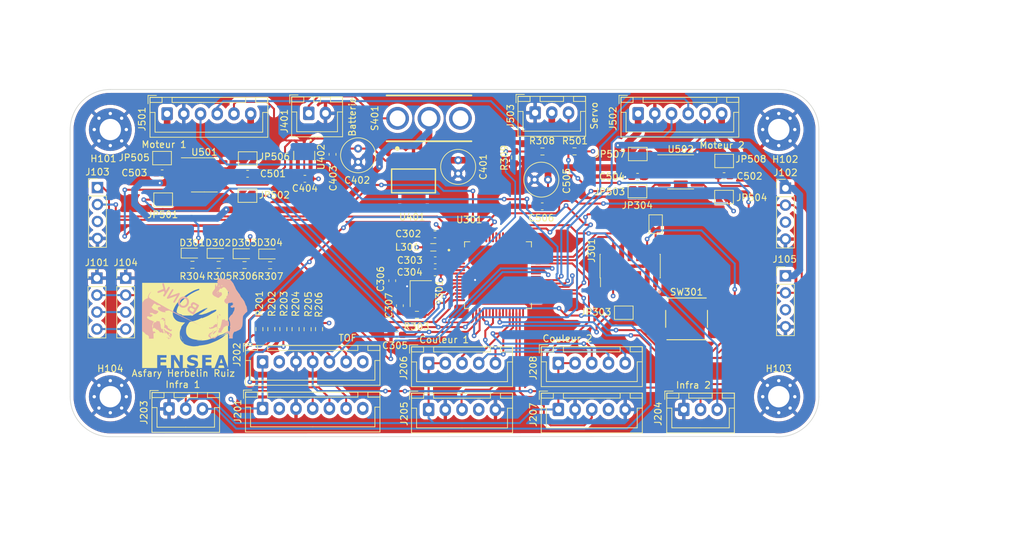
<source format=kicad_pcb>
(kicad_pcb (version 20211014) (generator pcbnew)
  (layers (0 "F.Cu" signal) (1 "In1.Cu" signal) (2 "In2.Cu" signal) (31 "B.Cu" signal) (34 "B.Paste" user) (35 "F.Paste" user) (36 "B.SilkS" user "B.Silkscreen") (37 "F.SilkS" user "F.Silkscreen") (38 "B.Mask" user) (39 "F.Mask" user) (44 "Edge.Cuts" user))
  (net 0 "")
  (net 1 "+3.3V")
  (net 2 "GND")
  (net 3 "/STM32/VREF")
  (net 4 "/STM32/NRST")
  (net 5 "+BATT")
  (net 6 "+5V")
  (net 7 "Net-(D301-Pad1)")
  (net 8 "Net-(D302-Pad1)")
  (net 9 "Net-(D303-Pad1)")
  (net 10 "/STM32/POWER_STATUS_LED")
  (net 11 "Net-(D304-Pad1)")
  (net 12 "/UART_Tx")
  (net 13 "/UART_Rx")
  (net 14 "/STM32/SDA1")
  (net 15 "/STM32/SCL1")
  (net 16 "/STM32/SDA2")
  (net 17 "/STM32/SCL2")
  (net 18 "/STM32/Vout1")
  (net 19 "/STM32/Vout2")
  (net 20 "/STM32/OE1")
  (net 23 "/STM32/SWDIO")
  (net 24 "/STM32/SWCLK")
  (net 28 "/Actuator/EncoderA_Left")
  (net 29 "/Actuator/EncoderB_Left")
  (net 30 "/Actuator/EncoderA_Right")
  (net 31 "/Actuator/EncoderB_Right")
  (net 32 "/STM32/VCP_RX")
  (net 33 "/STM32/VCP_TX")
  (net 34 "/Actuator/FWD_LeftMotor_PWM")
  (net 35 "/Actuator/REV_LeftMotor_PWM")
  (net 36 "/Actuator/FWD_RightMotor_PWM")
  (net 37 "/Actuator/REV_RightMotor_PWM")
  (net 38 "/STM32/POWER_STATUS_ADC")
  (net 39 "/Actuator/UART_Servomoteur")
  (net 41 "/STM32/PA4")
  (net 42 "/STM32/PA5")
  (net 43 "/STM32/PA7")
  (net 44 "/STM32/PC5")
  (net 45 "/STM32/PB0")
  (net 46 "/STM32/PB12")
  (net 47 "/STM32/PC9")
  (net 48 "/STM32/PD0")
  (net 49 "/STM32/PD3")
  (net 50 "/STM32/PD4")
  (net 51 "/STM32/PD5")
  (net 52 "/STM32/PD6")
  (net 53 "/STM32/PB3")
  (net 54 "/STM32/PB4")
  (net 55 "/STM32/PB5")
  (net 56 "/STM32/PB8")
  (net 57 "/STM32/PB9")
  (net 58 "/STM32/PC12")
  (net 59 "/STM32/PC13")
  (net 60 "/STM32/PC14")
  (net 61 "/STM32/PC15")
  (net 62 "/STM32/PC0")
  (net 63 "/STM32/PC2")
  (net 64 "/STM32/PB13")
  (net 65 "/STM32/PB14")
  (net 66 "/STM32/PD8")
  (net 67 "/STM32/PD9")
  (net 68 "/STM32/S2")
  (net 69 "/STM32/S3")
  (net 70 "/STM32/PA15")
  (net 71 "/STM32/PC8")
  (net 74 "Net-(J202-Pad6)")
  (net 77 "Net-(J201-Pad6)")
  (net 81 "Net-(J501-Pad6)")
  (net 82 "/STM32/Out")
  (net 83 "/STM32/OE2")
  (net 84 "/Actuator/MotorLFT_M")
  (net 85 "/Actuator/MotorRGT_M")
  (net 86 "/Actuator/MotorRGT_P")
  (net 87 "/Actuator/FWD_RightMotor_PWM_JP")
  (net 88 "/Actuator/REV_RightMotor_PWM_JP")
  (net 89 "/Actuator/MotorLFT_M_JP")
  (net 90 "/Actuator/MotorLFT_P_JP")
  (net 91 "/Actuator/MotorRGT_M_JP")
  (net 92 "/Actuator/MotorRGT_P_JP")
  (net 93 "/Actuator/FWD_LeftMotor_PWM_JP")
  (net 94 "/Actuator/REV_LeftMotor_PWM_JP")
  (net 95 "/STM32/OSCILLO_IN")
  (net 96 "/STM32/OSCILLO_OUT_R")
  (net 97 "/STM32/OSCILLO_OUT")
  (net 98 "SDA")
  (net 99 "SCL")
  (net 100 "/STM32/VCP_RX_JP")
  (net 101 "/STM32/VCP_TX_JP")
  (net 102 "/Power_Supply/Alim")
  (footprint "Package_SO:SOIC-8_3.9x4.9mm_P1.27mm" (layer "F.Cu") (at 34.07 26.785)
    (fp_text reference "U501")
    (fp_text value "ZXBM5210-S")
  )
  (footprint "Resistor_SMD:R_0603_1608Metric_Pad0.98x0.95mm_HandSolder" (layer "F.Cu") (at 89.45 23.27 180)
    (fp_text reference "R501")
    (fp_text value "10k")
  )
  (footprint "Connector_PinHeader_2.54mm:PinHeader_1x04_P2.54mm_Vertical" (layer "F.Cu") (at 121 28.78)
    (fp_text reference "J102")
    (fp_text value "MTRX_test")
  )
  (footprint "Jumper:SolderJumper-2_P1.3mm_Open_TrianglePad1.0x1.5mm" (layer "F.Cu") (at 40.555 24.325)
    (fp_text reference "JP506")
    (fp_text value "SolderJumper_2_Open")
  )
  (footprint "Connector_JST:JST_XH_B3B-XH-A_1x03_P2.50mm_Vertical" (layer "F.Cu") (at 105.8 61.91)
    (fp_text reference "J204")
    (fp_text value "Conn_01x03_Female")
  )
  (footprint "Connector_JST:JST_XH_B7B-XH-A_1x07_P2.50mm_Vertical" (layer "F.Cu") (at 42.78 54.78)
    (fp_text reference "J202")
    (fp_text value "Conn_01x07_Female")
  )
  (footprint "Jumper:SolderJumper-2_P1.3mm_Open_TrianglePad1.0x1.5mm" (layer "F.Cu") (at 27.74 24.275 180)
    (fp_text reference "JP505")
    (fp_text value "SolderJumper_2_Open")
  )
  (footprint "Connector_JST:JST_XH_B3B-XH-A_1x03_P2.50mm_Vertical" (layer "F.Cu") (at 28.79 61.825)
    (fp_text reference "J203")
    (fp_text value "Conn_01x03_Female")
  )
  (footprint "Resistor_SMD:R_0603_1608Metric_Pad0.98x0.95mm_HandSolder" (layer "F.Cu") (at 84.65 23.29 180)
    (fp_text reference "R308")
    (fp_text value "6.5k")
  )
  (footprint "Resistor_SMD:R_0603_1608Metric_Pad0.98x0.95mm_HandSolder" (layer "F.Cu") (at 36.21 40.27)
    (fp_text reference "R305")
    (fp_text value "1.7k")
  )
  (footprint "Connector_JST:JST_XH_B7B-XH-A_1x07_P2.50mm_Vertical" (layer "F.Cu") (at 42.78 61.76)
    (fp_text reference "J201")
    (fp_text value "Conn_01x07_Female")
  )
  (footprint "Resistor_SMD:R_0603_1608Metric_Pad0.98x0.95mm_HandSolder" (layer "F.Cu") (at 44.09 49.8825 -90)
    (fp_text reference "R202")
    (fp_text value "2k")
  )
  (footprint "Package_SO:SOIC-8_3.9x4.9mm_P1.27mm" (layer "F.Cu") (at 105.33 26.34)
    (fp_text reference "U502")
    (fp_text value "ZXBM5210-S")
  )
  (footprint "Resistor_SMD:R_0603_1608Metric_Pad0.98x0.95mm_HandSolder" (layer "F.Cu") (at 32.29 40.25)
    (fp_text reference "R304")
    (fp_text value "2.4k")
  )
  (footprint "Jumper:SolderJumper-2_P1.3mm_Open_TrianglePad1.0x1.5mm" (layer "F.Cu") (at 40.52 29.9 180)
    (fp_text reference "JP502")
    (fp_text value "SolderJumper_2_Open")
  )
  (footprint "Resistor_SMD:R_0603_1608Metric_Pad0.98x0.95mm_HandSolder" (layer "F.Cu") (at 49.52 49.8925 -90)
    (fp_text reference "R205")
    (fp_text value "2k")
  )
  (footprint "Connector_JST:JST_XH_B5B-XH-A_1x05_P2.50mm_Vertical" (layer "F.Cu") (at 87.03 61.91)
    (fp_text reference "J207")
    (fp_text value "Conn_01x05_Female")
  )
  (footprint "Connector_JST:JST_XH_B3B-XH-A_1x03_P2.50mm_Vertical" (layer "F.Cu") (at 83.55 17.49)
    (fp_text reference "J503")
    (fp_text value "Conn_01x03_Female")
  )
  (footprint "Jumper:SolderJumper-2_P1.3mm_Open_TrianglePad1.0x1.5mm" (layer "F.Cu") (at 27.91 30.49)
    (fp_text reference "JP501")
    (fp_text value "SolderJumper_2_Open")
  )
  (footprint "Resistor_SMD:R_0603_1608Metric_Pad0.98x0.95mm_HandSolder" (layer "F.Cu") (at 80.57 24.1825 -90)
    (fp_text reference "R309")
    (fp_text value "2k")
  )
  (footprint "Jumper:SolderJumper-2_P1.3mm_Open_TrianglePad1.0x1.5mm" (layer "F.Cu") (at 98.91 23.66 180)
    (fp_text reference "JP507")
    (fp_text value "SolderJumper_2_Open")
  )
  (footprint "LED_SMD:LED_0603_1608Metric_Pad1.05x0.95mm_HandSolder" (layer "F.Cu") (at 43.8675 38.63)
    (fp_text reference "D304")
    (fp_text value "Green")
  )
  (footprint "MountingHole:MountingHole_3.2mm_M3_Pad_Via" (layer "F.Cu") (at 120 60)
    (fp_text reference "H103")
    (fp_text value "MountingHole_Pad")
  )
  (footprint "kicad:SWITCH_43SMTR92LFS" (layer "F.Cu") (at 106.21 48.3465)
    (fp_text reference "SW301")
    (fp_text value "SW_MEC_5E")
  )
  (footprint "Resistor_SMD:R_0603_1608Metric_Pad0.98x0.95mm_HandSolder" (layer "F.Cu") (at 45.89 49.8825 90)
    (fp_text reference "R203")
    (fp_text value "10k")
  )
  (footprint "Connector_JST:JST_XH_B2B-XH-A_1x02_P2.50mm_Vertical" (layer "F.Cu") (at 49.69 17.57)
    (fp_text reference "J401")
    (fp_text value "Conn_01x02_Female")
  )
  (footprint "Capacitor_SMD:C_0603_1608Metric_Pad1.08x0.95mm_HandSolder" (layer "F.Cu") (at 63.32 46.37 90)
    (fp_text reference "C307")
    (fp_text value "10pF")
  )
  (footprint "Connector_PinHeader_2.54mm:PinHeader_1x04_P2.54mm_Vertical" (layer "F.Cu") (at 121 41.9)
    (fp_text reference "J105")
    (fp_text value "MTRX_test")
  )
  (footprint "Capacitor_THT:C_Radial_D5.0mm_H5.0mm_P2.00mm" (layer "F.Cu") (at 57.07 22.85 -90)
    (fp_text reference "C402")
    (fp_text value "22uF")
  )
  (footprint "Jumper:SolderJumper-2_P1.3mm_Open_TrianglePad1.0x1.5mm" (layer "F.Cu") (at 111.81 30.1 180)
    (fp_text reference "JP504")
    (fp_text value "SolderJumper_2_Open")
  )
  (footprint "Capacitor_THT:C_Radial_D5.0mm_H5.0mm_P2.00mm" (layer "F.Cu") (at 72.04 24.59 -90)
    (fp_text reference "C401")
    (fp_text value "10uF")
  )
  (footprint "Capacitor_SMD:C_0603_1608Metric_Pad1.08x0.95mm_HandSolder" (layer "F.Cu") (at 68.61 39.58 180)
    (fp_text reference "C303")
    (fp_text value "100nF")
  )
  (footprint "Crystal:Crystal_SMD_EuroQuartz_MT-4Pin_3.2x2.5mm" (layer "F.Cu") (at 66.46 44.57 -90)
    (fp_text reference "Y301")
    (fp_text value "16MHz")
  )
  (footprint "Capacitor_SMD:C_0603_1608Metric_Pad1.08x0.95mm_HandSolder" (layer "F.Cu") (at 62.85 50.74 180)
    (fp_text reference "C305")
    (fp_text value "100nF")
  )
  (footprint "Jumper:SolderJumper-2_P1.3mm_Open_TrianglePad1.0x1.5mm" (layer "F.Cu") (at 98.86 29.22)
    (fp_text reference "JP503")
    (fp_text value "SolderJumper_2_Open")
  )
  (footprint "Capacitor_THT:C_Radial_D5.0mm_H5.0mm_P2.00mm" (layer "F.Cu") (at 83.48 27.5)
    (fp_text reference "C505")
    (fp_text value "1uF")
  )
  (footprint "Capacitor_SMD:C_0603_1608Metric_Pad1.08x0.95mm_HandSolder" (layer "F.Cu") (at 68.57 35.69 180)
    (fp_text reference "C302")
    (fp_text value "4.7uF")
  )
  (footprint "Connector_PinHeader_1.27mm:PinHeader_2x07_P1.27mm_Vertical_SMD" (layer "F.Cu") (at 97.77 40.45 90)
    (fp_text reference "J301")
    (fp_text value "Conn_02x07_Odd_Even")
  )
  (footprint "Connector_JST:JST_XH_B5B-XH-A_1x05_P2.50mm_Vertical" (layer "F.Cu") (at 67.62 61.92)
    (fp_text reference "J205")
    (fp_text value "Conn_01x05_Female")
  )
  (footprint "MountingHole:MountingHole_3.2mm_M3_Pad_Via" (layer "F.Cu") (at 120 20)
    (fp_text reference "H102")
    (fp_text value "MountingHole_Pad")
  )
  (footprint "Capacitor_SMD:C_0603_1608Metric_Pad1.08x0.95mm_HandSolder" (layer "F.Cu") (at 49.11 27.37 180)
    (fp_text reference "C404")
    (fp_text value "1uF")
  )
  (footprint "MountingHole:MountingHole_3.2mm_M3_Pad_Via" (layer "F.Cu") (at 20 60)
    (fp_text reference "H104")
    (fp_text value "MountingHole_Pad")
  )
  (footprint "Capacitor_SMD:C_0603_1608Metric_Pad1.08x0.95mm_HandSolder" (layer "F.Cu") (at 111.82 26.97)
    (fp_text reference "C502")
    (fp_text value "100nF")
  )
  (footprint "Capacitor_SMD:C_0603_1608Metric_Pad1.08x0.95mm_HandSolder" (layer "F.Cu") (at 98.88 27.07 180)
    (fp_text reference "C504")
    (fp_text value "10uF")
  )
  (footprint "Capacitor_SMD:C_0603_1608Metric_Pad1.08x0.95mm_HandSolder" (layer "F.Cu") (at 68.59 41.38 180)
    (fp_text reference "C304")
    (fp_text value "100nF")
  )
  (footprint "kicad:SOT230P700X180-4N" (layer "F.Cu") (at 65.36 27.69 180)
    (fp_text reference "U401")
    (fp_text value "AZ1117_Reg5V")
  )
  (footprint "kicad:QFP50P1200X1200X160-64N" (layer "F.Cu") (at 78 41.8)
    (fp_text reference "U301")
    (fp_text value "STM32G070RBTx")
  )
  (footprint "Connector_PinHeader_2.54mm:PinHeader_1x04_P2.54mm_Vertical" (layer "F.Cu") (at 18.08 28.68)
    (fp_text reference "J103")
    (fp_text value "UART3")
  )
  (footprint "kicad:logoEnsea" (layer "F.Cu") (at 32.268855 51.346152)
    (fp_text reference " ")
    (fp_text value "LOGO" hide)
  )
  (footprint "Resistor_SMD:R_0603_1608Metric_Pad0.98x0.95mm_HandSolder" (layer "F.Cu") (at 65.8775 47.74)
    (fp_text reference "R303")
    (fp_text value "10R")
  )
  (footprint "kicad:1A11-NF5STSE-B" (layer "F.Cu") (at 67.68 18.32 -90)
    (fp_text reference "S401")
    (fp_text value "1A11-NF5STSE-B" hide)
  )
  (footprint "Connector_JST:JST_XH_B5B-XH-A_1x05_P2.50mm_Vertical" (layer "F.Cu") (at 67.62 54.995)
    (fp_text reference "J206")
    (fp_text value "Conn_01x05_Female")
  )
  (footprint "Capacitor_SMD:C_0603_1608Metric_Pad1.08x0.95mm_HandSolder" (layer "F.Cu") (at 62.18 42.63 -90)
    (fp_text reference "C306")
    (fp_text value "10pF")
  )
  (footprint "Connector_JST:JST_XH_B5B-XH-A_1x05_P2.50mm_Vertical" (layer "F.Cu") (at 87.03 54.98)
    (fp_text reference "J208")
    (fp_text value "Conn_01x05_Female")
  )
  (footprint "Capacitor_SMD:C_0603_1608Metric_Pad1.08x0.95mm_HandSolder" (layer "F.Cu") (at 53.25 23.7125 -90)
    (fp_text reference "C403")
    (fp_text value "1uF")
  )
  (footprint "Capacitor_SMD:C_0603_1608Metric_Pad1.08x0.95mm_HandSolder" (layer "F.Cu") (at 40.54 26.625)
    (fp_text reference "C501")
    (fp_text value "100nF")
  )
  (footprint "Resistor_SMD:R_0603_1608Metric_Pad0.98x0.95mm_HandSolder" (layer "F.Cu") (at 51.23 49.8825 90)
    (fp_text reference "R206")
    (fp_text value "10k")
  )
  (footprint "Connector_PinHeader_2.54mm:PinHeader_1x04_P2.54mm_Vertical" (layer "F.Cu") (at 22.3 42.25)
    (fp_text reference "J104")
    (fp_text value "I2C1")
  )
  (footprint "Resistor_SMD:R_0603_1608Metric_Pad0.98x0.95mm_HandSolder" (layer "F.Cu") (at 43.91 40.32)
    (fp_text reference "R307")
    (fp_text value "1.1k")
  )
  (footprint "Jumper:SolderJumper-2_P1.3mm_Open_TrianglePad1.0x1.5mm" (layer "F.Cu") (at 96.815 47.42)
    (fp_text reference "JP303")
    (fp_text value "SolderJumper_2_Open")
  )
  (footprint "Connector_JST:JST_XH_B6B-XH-A_1x06_P2.50mm_Vertical" (layer "F.Cu") (at 28.5 17.64)
    (fp_text reference "J501")
    (fp_text value "Conn_01x06_Female")
  )
  (footprint "Capacitor_SMD:C_0603_1608Metric_Pad1.08x0.95mm_HandSolder" (layer "F.Cu") (at 84.62 31.5)
    (fp_text reference "C506")
    (fp_text value "100nF")
  )
  (footprint "MountingHole:MountingHole_3.2mm_M3_Pad_Via" (layer "F.Cu") (at 20 20)
    (fp_text reference "H101")
    (fp_text value "MountingHole_Pad")
  )
  (footprint "LED_SMD:LED_0603_1608Metric_Pad1.05x0.95mm_HandSolder" (layer "F.Cu") (at 32.2675 38.5)
    (fp_text reference "D301")
    (fp_text value "Blue")
  )
  (footprint "Resistor_SMD:R_0603_1608Metric_Pad0.98x0.95mm_HandSolder" (layer "F.Cu") (at 40.08 40.29)
    (fp_text reference "R306")
    (fp_text value "1.1k")
  )
  (footprint "Connector_PinHeader_2.54mm:PinHeader_1x04_P2.54mm_Vertical" (layer "F.Cu") (at 18 42.25)
    (fp_text reference "J101")
    (fp_text value "I2C1")
  )
  (footprint "Connector_JST:JST_XH_B6B-XH-A_1x06_P2.50mm_Vertical" (layer "F.Cu") (at 98.96 17.62)
    (fp_text reference "J502")
    (fp_text value "Conn_01x06_Female")
  )
  (footprint "Inductor_SMD:L_0805_2012Metric_Pad1.05x1.20mm_HandSolder" (layer "F.Cu") (at 68.32 37.63 180)
    (fp_text reference "L301")
    (fp_text value "600R@100MHz")
  )
  (footprint "Jumper:SolderJumper-2_P1.3mm_Open_TrianglePad1.0x1.5mm" (layer "F.Cu") (at 101.58 34.17 -90)
    (fp_text reference "JP304")
    (fp_text value "SolderJumper_2_Open")
  )
  (footprint "LED_SMD:LED_0603_1608Metric_Pad1.05x0.95mm_HandSolder" (layer "F.Cu") (at 36.1525 38.54)
    (fp_text reference "D302")
    (fp_text value "Red")
  )
  (footprint "Jumper:SolderJumper-2_P1.3mm_Open_TrianglePad1.0x1.5mm" (layer "F.Cu") (at 111.83 24.7)
    (fp_text reference "JP508")
    (fp_text value "SolderJumper_2_Open")
  )
  (footprint "SOT95P280X145-5N:SOT95P280X145-5N" (layer "F.Cu") (at 49.01 24.04 -90)
    (fp_text reference "U402")
    (fp_text value "MIC5317_Reg3V")
  )
  (footprint "LED_SMD:LED_0603_1608Metric_Pad1.05x0.95mm_HandSolder" (layer "F.Cu") (at 40.04 38.59)
    (fp_text reference "D303")
    (fp_text value "Yellow")
  )
  (footprint "Resistor_SMD:R_0603_1608Metric_Pad0.98x0.95mm_HandSolder" (layer "F.Cu") (at 47.72 49.8825 90)
    (fp_text reference "R204")
    (fp_text value "2k")
  )
  (footprint "Resistor_SMD:R_0603_1608Metric_Pad0.98x0.95mm_HandSolder" (layer "F.Cu") (at 42.3 49.8825 90)
    (fp_text reference "R201")
    (fp_text value "2k")
  )
  (footprint "Capacitor_SMD:C_0603_1608Metric_Pad1.08x0.95mm_HandSolder" (layer "F.Cu") (at 27.76 26.555 180)
    (fp_text reference "C503")
    (fp_text value "10uF")
  )
  (footprint "kicad:bonk" (layer "B.Cu") (at 32.379721 46.761926 180)
    (fp_text reference " ")
    (fp_text value "LOGO" hide)
  )
  (gr_line (start 119.255792 65.953667) (end 20 66) (layer "Edge.Cuts") (width 0.1))
  (gr_arc (start 20 66) (mid 15.757359 64.242641) (end 14 60) (layer "Edge.Cuts") (width 0.1))
  (gr_line (start 126 20) (end 126 60) (layer "Edge.Cuts") (width 0.1))
  (gr_line (start 20 14) (end 120 14) (layer "Edge.Cuts") (width 0.1))
  (gr_arc (start 126 60) (mid 123.970816 64.498069) (end 119.255792 65.953667) (layer "Edge.Cuts") (width 0.1))
  (gr_arc (start 14 20) (mid 15.757359 15.757359) (end 20 14) (layer "Edge.Cuts") (width 0.1))
  (gr_line (start 14 20) (end 14 60) (layer "Edge.Cuts") (width 0.1))
  (gr_arc (start 120 14) (mid 124.242641 15.757359) (end 126 20) (layer "Edge.Cuts") (width 0.1))
  (gr_text "Couleur 1" (at 69.94 51.47) (layer "F.SilkS") (effects (font (size 1 1))))
  (gr_text "Infra 1" (at 30.86 58.18) (layer "F.SilkS") (effects (font (size 1 1))))
  (gr_text "Moteur 2" (at 111.52 22.35) (layer "F.SilkS") (effects (font (size 1 1))))
  (gr_text "Couleur 2" (at 88.39 51.29) (layer "F.SilkS") (effects (font (size 1 1))))
  (gr_text "Moteur 1" (at 28.05 22.24) (layer "F.SilkS") (effects (font (size 1 1))))
  (gr_text "TOF" (at 55.49 51.21) (layer "F.SilkS") (effects (font (size 1 1))))
  (gr_text "Batterie" (at 56.2 18.1 90) (layer "F.SilkS") (effects (font (size 1 1))))
  (gr_text "Servo" (at 92.39 17.93 90) (layer "F.SilkS") (effects (font (size 1 1))))
  (gr_text "Asfary Herbelin Ruiz" (at 30.92 56.5) (layer "F.SilkS") (effects (font (size 1 1))))
  (gr_text "Infra 2" (at 107.23 58.27) (layer "F.SilkS") (effects (font (size 1 1))))
  (segment (start 69.4425 34.9025) (end 69.4425 35.68) (width 0.3) (layer "F.Cu") (net 1))
  (segment (start 73.47 40.55) (end 73.81 40.89) (width 0.3) (layer "F.Cu") (net 1))
  (segment (start 90.3625 23.27) (end 92.18 23.27) (width 0.3) (layer "F.Cu") (net 1))
  (segment (start 49.96 27.3575) (end 49.9725 27.37) (width 0.3) (layer "F.Cu") (net 1))
  (segment (start 44.09 48.97) (end 45.89 48.97) (width 0.3) (layer "F.Cu") (net 1))
  (segment (start 73.57 41.56) (end 70.73 41.56) (width 0.3) (layer "F.Cu") (net 1))
  (segment (start 95.22 44.92) (end 95.22 42.41) (width 0.3) (layer "F.Cu") (net 1))
  (segment (start 92.18 23.27) (end 92.2 23.25) (width 0.3) (layer "F.Cu") (net 1))
  (segment (start 69.45 42.54) (end 69.45 41.3825) (width 0.3) (layer "F.Cu") (net 1))
  (segment (start 69.45 41.3825) (end 69.4525 41.38) (width 0.3) (layer "F.Cu") (net 1))
  (segment (start 51.14 27.37) (end 49.9725 27.37) (width 0.3) (layer "F.Cu") (net 1))
  (segment (start 65.86 37.63) (end 67.17 37.63) (width 0.3) (layer "F.Cu") (net 1))
  (segment (start 49.53 48.97) (end 49.52 48.98) (width 0.25) (layer "F.Cu") (net 1))
  (segment (start 70.55 41.38) (end 69.4525 41.38) (width 0.3) (layer "F.Cu") (net 1))
  (segment (start 51.23 48.97) (end 52.73 48.97) (width 0.3) (layer "F.Cu") (net 1))
  (segment (start 73.81 40.89) (end 73.81 41.32) (width 0.3) (layer "F.Cu") (net 1))
  (segment (start 73.81 41.32) (end 73.57 41.56) (width 0.3) (layer "F.Cu") (net 1))
  (segment (start 47.72 48.97) (end 45.89 48.97) (width 0.3) (layer "F.Cu") (net 1))
  (segment (start 69.4425 35.68) (end 69.4325 35.69) (width 0.3) (layer "F.Cu") (net 1))
  (segment (start 40.915 36.025) (end 40.93 36.01) (width 0.3) (layer "F.Cu") (net 1))
  (segment (start 72.33 40.55) (end 73.47 40.55) (width 0.3) (layer "F.Cu") (net 1))
  (segment (start 42.3 48.97) (end 44.09 48.97) (width 0.3) (layer "F.Cu") (net 1))
  (segment (start 47.72 48.97) (end 49.51 48.97) (width 0.3) (layer "F.Cu") (net 1))
  (segment (start 70.73 41.56) (end 70.55 41.38) (width 0.3) (layer "F.Cu") (net 1))
  (segment (start 68.74 34.2) (end 69.4425 34.9025) (width 0.3) (layer "F.Cu") (net 1))
  (segment (start 49.96 25.215) (end 49.96 27.3575) (width 0.3) (layer "F.Cu") (net 1))
  (segment (start 49.51 48.97) (end 49.52 48.98) (width 0.25) (layer "F.Cu") (net 1))
  (segment (start 51.15 27.38) (end 51.14 27.37) (width 0.3) (layer "F.Cu") (net 1))
  (segment (start 40.915 38.59) (end 40.915 36.025) (width 0.3) (layer "F.Cu") (net 1))
  (segment (start 51.23 48.97) (end 49.53 48.97) (width 0.3) (layer "F.Cu") (net 1))
  (via (at 51.15 27.38) (size 0.7) (drill 0.3) (layers "F.Cu" "B.Cu") (net 1))
  (via (at 65.86 37.63) (size 0.7) (drill 0.3) (layers "F.Cu" "B.Cu") (net 1))
  (via (at 95.22 44.92) (size 0.7) (drill 0.3) (layers "F.Cu" "B.Cu") (net 1))
  (via (at 40.93 36.01) (size 0.7) (drill 0.3) (layers "F.Cu" "B.Cu") (net 1))
  (via (at 52.73 48.97) (size 0.7) (drill 0.3) (layers "F.Cu" "B.Cu") (net 1))
  (via (at 68.74 34.2) (size 0.7) (drill 0.3) (layers "F.Cu" "B.Cu") (net 1))
  (via (at 38.03 60.37) (size 0.7) (drill 0.3) (layers "F.Cu" "B.Cu") (net 1))
  (via (at 69.45 42.54) (size 0.7) (drill 0.3) (layers "F.Cu" "B.Cu") (net 1))
  (via (at 92.2 23.25) (size 0.7) (drill 0.3) (layers "F.Cu" "B.Cu") (net 1))
  (segment (start 42.78 54.78) (end 42.78 61.76) (width 0.3) (layer "B.Cu") (net 1))
  (segment (start 42.78 61.76) (end 39.42 61.76) (width 0.3) (layer "B.Cu") (net 1))
  (segment (start 39.42 61.76) (end 38.03 60.37) (width 0.3) (layer "B.Cu") (net 1))
  (segment (start 62.43 43.47) (end 62.2025 43.47) (width 1) (layer "F.Cu") (net 2))
  (segment (start 63.34 44.1) (end 63.34 45.4875) (width 1) (layer "F.Cu") (net 2))
  (segment (start 64.41 43.47) (end 65.56 43.47) (width 1) (layer "F.Cu") (net 2))
  (segment (start 62.2025 43.47) (end 62.18 43.4925) (width 1) (layer "F.Cu") (net 2))
  (segment (start 67.36 45.5095) (end 68.7 44.1695) (width 0.3) (layer "F.Cu") (net 2))
  (segment (start 63.78 44.1) (end 64.41 43.47) (width 1) (layer "F.Cu") (net 2))
  (segment (start 74.1 42.05) (end 74.57 42.52) (width 0.25) (layer "F.Cu") (net 2))
  (segment (start 63.34 44.1) (end 63.06 44.1) (width 1) (layer "F.Cu") (net 2))
  (segment (start 67.36 45.67) (end 67.36 45.5095) (width 0.3) (layer "F.Cu") (net 2))
  (segment (start 63.34 43.47) (end 64.41 43.47) (width 1) (layer "F.Cu") (net 2))
  (segment (start 63.34 43.47) (end 63.34 44.1) (width 1) (layer "F.Cu") (net 2))
  (segment (start 63.34 43.47) (end 62.43 43.47) (width 1) (layer "F.Cu") (net 2))
  (segment (start 63.06 44.1) (end 62.43 43.47) (width 1) (layer "F.Cu") (net 2))
  (segment (start 72.33 42.05) (end 74.1 42.05) (width 0.25) (layer "F.Cu") (net 2))
  (segment (start 63.34 44.1) (end 63.78 44.1) (width 1) (layer "F.Cu") (net 2))
  (via (at 74.57 42.52) (size 0.7) (drill 0.3) (layers "F.Cu" "B.Cu") (net 2))
  (via (at 97.03 27.09) (size 0.7) (drill 0.3) (layers "F.Cu" "B.Cu") (net 2))
  (via (at 64.4 43.47) (size 0.7) (drill 0.3) (layers "F.Cu" "B.Cu") (net 2))
  (via (at 68.7 44.1695) (size 0.7) (drill 0.3) (layers "F.Cu" "B.Cu") (net 2))
  (via (at 107.83 23.3895) (size 0.7) (drill 0.3) (layers "F.Cu" "B.Cu") (net 2))
  (segment (start 70.95 41.05) (end 70.45 40.55) (width 0.3) (layer "F.Cu") (net 3))
  (segment (start 70.45 40.04) (end 69.99 39.58) (width 0.3) (layer "F.Cu") (net 3))
  (segment (start 69.47 37.63) (end 69.47 39.5775) (width 0.3) (layer "F.Cu") (net 3))
  (segment (start 70.45 40.55) (end 70.45 40.04) (width 0.3) (layer "F.Cu") (net 3))
  (segment (start 69.99 39.58) (end 69.4725 39.58) (width 0.3) (layer "F.Cu") (net 3))
  (segment (start 69.47 39.5775) (end 69.4725 39.58) (width 0.3) (layer "F.Cu") (net 3))
  (segment (start 72.33 41.05) (end 70.95 41.05) (width 0.3) (layer "F.Cu") (net 3))
  (segment (start 99.33 50.03) (end 99.8 50.5) (width 0.3) (layer "F.Cu") (net 4))
  (segment (start 100.31 36.39) (end 100.31 38.5) (width 0.3) (layer "F.Cu") (net 4))
  (segment (start 110.185 50.5965) (end 111.8335 50.5965) (width 0.3) (layer "F.Cu") (net 4))
  (segment (start 69.07 49.58) (end 66.69055 49.58) (width 0.3) (layer "F.Cu") (net 4))
  (segment (start 71.467106 43.55) (end 72.33 43.55) (width 0.3) (layer "F.Cu") (net 4))
  (segment (start 69.07 49.58) (end 73.1 49.58) (width 0.3) (layer "F.Cu") (net 4))
  (segment (start 99.8 50.5) (end 102.68 53.38) (width 0.3) (layer "F.Cu") (net 4))
  (segment (start 73.1 49.58) (end 73.11 49.57) (width 0.3) (layer "F.Cu") (net 4))
  (segment (start 88.21 47.85) (end 87.12 46.76) (width 0.3) (layer "F.Cu") (net 4))
  (segment (start 111.8335 50.5965) (end 113.42 49.01) (width 0.3) (layer "F.Cu") (net 4))
  (segment (start 113.42 49.88) (end 113.42 48.5) (width 0.3) (layer "F.Cu") (net 4))
  (segment (start 69.967606 45.0495) (end 71.467106 43.55) (width 0.3) (layer "F.Cu") (net 4))
  (segment (start 90.46 47.85) (end 88.21 47.85) (width 0.3) (layer "F.Cu") (net 4))
  (segment (start 99.8965 50.5965) (end 99.8 50.5) (width 0.3) (layer "F.Cu") (net 4))
  (segment (start 95.65 50.03) (end 99.33 50.03) (width 0.3) (layer "F.Cu") (net 4))
  (segment (start 102.68 53.38) (end 109.92 53.38) (width 0.3) (layer "F.Cu") (net 4))
  (segment (start 113.42 48.5) (end 113.42 43.92) (width 0.3) (layer "F.Cu") (net 4))
  (segment (start 65.53055 50.74) (end 63.7125 50.74) (width 0.3) (layer "F.Cu") (net 4))
  (segment (start 109.92 53.38) (end 113.42 49.88) (width 0.3) (layer "F.Cu") (net 4))
  (segment (start 66.69055 49.58) (end 65.53055 50.74) (width 0.3) (layer "F.Cu") (net 4))
  (segment (start 102.235 50.5965) (end 99.8965 50.5965) (width 0.3) (layer "F.Cu") (net 4))
  (via (at 87.12 46.76) (size 0.7) (drill 0.3) (layers "F.Cu" "B.Cu") (net 4))
  (via (at 95.65 50.03) (size 0.7) (drill 0.3) (layers "F.Cu" "B.Cu") (net 4))
  (via (at 113.42 43.92) (size 0.7) (drill 0.3) (layers "F.Cu" "B.Cu") (net 4))
  (via (at 73.11 49.57) (size 0.7) (drill 0.3) (layers "F.Cu" "B.Cu") (net 4))
  (via (at 69.95 45.05) (size 0.7) (drill 0.3) (layers "F.Cu" "B.Cu") (net 4))
  (via (at 100.31 36.39) (size 0.7) (drill 0.3) (layers "F.Cu" "B.Cu") (net 4))
  (via (at 69.07 49.58) (size 0.7) (drill 0.3) (layers "F.Cu" "B.Cu") (net 4))
  (via (at 90.46 47.85) (size 0.7) (drill 0.3) (layers "F.Cu" "B.Cu") (net 4))
  (segment (start 113.42 43.92) (end 113.42 40.08) (width 0.3) (layer "B.Cu") (net 4))
  (segment (start 101.6 35.1) (end 100.31 36.39) (width 0.3) (layer "B.Cu") (net 4))
  (segment (start 87.12 46.76) (end 75.92 46.76) (width 0.3) (layer "B.Cu") (net 4))
  (segment (start 108.44 35.1) (end 101.6 35.1) (width 0.3) (layer "B.Cu") (net 4))
  (segment (start 68.36 48.33) (end 68.36 48.87) (width 0.3) (layer "B.Cu") (net 4))
  (segment (start 94.43 50.03) (end 92.25 47.85) (width 0.3) (layer "B.Cu") (net 4))
  (segment (start 68.36 48.87) (end 69.07 49.58) (width 0.3) (layer "B.Cu") (net 4))
  (segment (start 75.92 46.76) (end 73.11 49.57) (width 0.3) (layer "B.Cu") (net 4))
  (segment (start 92.25 47.85) (end 90.46 47.85) (width 0.3) (layer "B.Cu") (net 4))
  (segment (start 69.92 46.77) (end 68.36 48.33) (width 0.3) (layer "B.Cu") (net 4))
  (segment (start 69.92 45.0495) (end 69.92 46.77) (width 0.3) (layer "B.Cu") (net 4))
  (segment (start 95.65 50.03) (end 94.43 50.03) (width 0.3) (layer "B.Cu") (net 4))
  (segment (start 113.42 40.08) (end 108.44 35.1) (width 0.3) (layer "B.Cu") (net 4))
  (segment (start 28.1 28) (end 27.4 28) (width 1) (layer "F.Cu") (net 5))
  (segment (start 86.05 19.95) (end 86.05 17.49) (width 1) (layer "F.Cu") (net 5))
  (segment (start 72.04 24.59) (end 67.6726 24.59) (width 1) (layer "F.Cu") (net 5))
  (segment (start 101.475 25.705) (end 101.405 25.705) (width 1) (layer "F.Cu") (net 5))
  (segment (start 85.5625 23.29) (end 85.5625 21.7275) (width 1) (layer "F.Cu") (net 5))
  (segment (start 95.93 24.57) (end 97.065 25.705) (width 1) (layer "F.Cu") (net 5))
  (segment (start 85.42 20.58) (end 86.05 19.95) (width 1) (layer "F.Cu") (net 5))
  (segment (start 28.12 27.98) (end 28.1 28) (width 0.3) (layer "F.Cu") (net 5))
  (segment (start 37.34 31.9805) (end 37.3795 32.02) (width 0.3) (layer "F.Cu") (net 5))
  (segment (start 95.93 22.34) (end 95.93 24.57) (width 1) (layer "F.Cu") (net 5))
  (segment (start 85.49 24.63) (end 86.37 25.51) (width 1) (layer "F.Cu") (net 5))
  (segment (start 29.575 26.555) (end 29.98 26.15) (width 1) (layer "F.Cu") (net 5))
  (segment (start 28.6225 26.555) (end 29.575 26.555) (width 1) (layer "F.Cu") (net 5))
  (segment (start 85.5625 23.29) (end 85.48 23.3725) (width 0.25) (layer "F.Cu") (net 5))
  (segment (start 85.48 23.3725) (end 85.48 27.5) (width 1) (layer "F.Cu") (net 5))
  (segment (start 85.48 26.31) (end 85.48 27.5) (width 0.3) (layer "F.Cu") (net 5))
  (segment (start 77.65 20.58) (end 85.42 20.58) (width 1) (layer "F.Cu") (net 5))
  (segment (start 99.7425 27.07) (end 100.04 27.07) (width 1) (layer "F.Cu") (net 5))
  (segment (start 28.6225 27.4775) (end 28.12 27.98) (width 1) (layer "F.Cu") (net 5))
  (segment (start 97.065 25.705) (end 86.085 25.705) (width 1) (layer "F.Cu") (net 5))
  (segment (start 85.4825 31.5) (end 85.48 31.4975) (width 0.25) (layer "F.Cu") (net 5))
  (segment (start 99.7425 27.07) (end 99.7425 25.8875) (width 1) (layer "F.Cu") (net 5))
  (segment (start 72.04 24.59) (end 73.64 24.59) (width 1) (layer "F.Cu") (net 5))
  (segment (start 100.04 27.07) (end 101.405 25.705) (width 1) (layer "F.Cu") (net 5))
  (segment (start 37.3795 32.02) (end 53.8 32.02) (width 1) (layer "F.Cu") (net 5))
  (segment (start 85.48 31.4975) (end 85.48 27.5) (width 0.3) (layer "F.Cu") (net 5))
  (segment (start 101.405 25.705) (end 99.925 25.705) (width 1) (layer "F.Cu") (net 5))
  (segment (start 67.68 18.32) (end 67.68 23.47) (width 1) (layer "F.Cu") (net 5))
  (segment (start 99.7425 25.8875) (end 99.925 25.705) (width 1) (layer "F.Cu") (net 5))
  (segment (start 67.68 23.47) (end 67.68 24.5826) (width 1) (layer "F.Cu") (net 5))
  (segment (start 99.925 25.705) (end 97.065 25.705) (width 1) (layer "F.Cu") (net 5))
  (segment (start 33.18 36.23) (end 33.1425 36.2675) (width 0.3) (layer "F.Cu") (net 5))
  (segment (start 101.475 25.705) (end 102.855 25.705) (width 1) (layer "F.Cu") (net 5))
  (segment (start 33.1425 36.2675) (end 33.1425 38.5) (width 0.3) (layer "F.Cu") (net 5))
  (segment (start 67.68 24.5826) (end 67.6714 24.5912) (width 1) (layer "F.Cu") (net 5))
  (segment (start 73.64 24.59) (end 77.65 20.58) (width 1) (layer "F.Cu") (net 5))
  (segment (start 85.5625 21.7275) (end 86.05 21.24) (width 1) (layer "F.Cu") (net 5))
  (segment (start 28.6225 26.555) (end 28.6225 27.4775) (width 1) (layer "F.Cu") (net 5))
  (segment (start 86.085 25.705) (end 85.48 26.31) (width 1) (layer "F.Cu") (net 5))
  (segment (start 29.98 26.15) (end 31.595 26.15) (width 1) (layer "F.Cu") (net 5))
  (segment (start 53.8 32.02) (end 60.27 25.55) (width 1) (layer "F.Cu") (net 5))
  (segment (start 86.05 21.24) (end 86.05 19.95) (width 1) (layer "F.Cu") (net 5))
  (via (at 37.34 31.9805) (size 0.7) (drill 0.3) (layers "F.Cu" "B.Cu") (net 5))
  (via (at 27.4 28) (size 0.7) (drill 0.3) (layers "F.Cu" "B.Cu") (net 5))
  (via (at 33.18 36.23) (size 0.7) (drill 0.3) (layers "F.Cu" "B.Cu") (net 5))
  (via (at 95.93 22.34) (size 0.7) (drill 0.3) (layers "F.Cu" "B.Cu") (net 5))
  (via (at 60.27 25.55) (size 0.7) (drill 0.3) (layers "F.Cu" "B.Cu") (net 5))
  (segment (start 121 28.78) (end 122.14 28.78) (width 1) (layer "B.Cu") (net 5))
  (segment (start 67.68 20.27) (end 67.68 18.32) (width 1) (layer "B.Cu") (net 5))
  (segment (start 65.54 22.41) (end 67.68 20.27) (width 1) (layer "B.Cu") (net 5))
  (segment (start 123.15 41.01) (end 122.26 41.9) (width 1) (layer "B.Cu") (net 5))
  (segment (start 36.0305 33.29) (end 32.15 33.29) (width 1) (layer "B.Cu") (net 5))
  (segment (start 61.83 22.41) (end 65.54 22.41) (width 1) (layer "B.Cu") (net 5))
  (segment (start 60.27 25.55) (end 60.27 23.97) (width 1) (layer "B.Cu") (net 5))
  (segment (start 122.26 41.9) (end 121 41.9) (width 1) (layer "B.Cu") (net 5))
  (segment (start 33.18 34.32) (end 32.15 33.29) (width 0.3) (layer "B.Cu") (net 5))
  (segment (start 23.63 28.96) (end 23.63 31.18) (width 1) (layer "B.Cu") (net 5))
  (segment (start 95.93 22.34) (end 115.44 22.34) (width 1) (layer "B.Cu") (net 5))
  (segment (start 23.63 31.18) (end 25.74 33.29) (width 1) (layer "B.Cu") (net 5))
  (segment (start 25.74 33.29) (end 32.15 33.29) (width 1) (layer "B.Cu") (net 5))
  (segment (start 121 27.9) (end 121 28.78) (width 1) (layer "B.Cu") (net 5))
  (segment (start 115.44 22.34) (end 121 27.9) (width 1) (layer "B.Cu") (net 5))
  (segment (start 60.27 23.97) (end 61.83 22.41) (width 1) (layer "B.Cu") (net 5))
  (segment (start 123.15 29.79) (end 123.15 41.01) (width 1) (layer "B.Cu") (net 5))
  (segment (start 33.18 36.23) (end 33.18 34.32) (width 0.3) (layer "B.Cu") (net 5))
  (segment (start 27.4 28) (end 24.59 28) (width 1) (layer "B.Cu") (net 5))
  (segment (start 122.14 28.78) (end 123.15 29.79) (width 1) (layer "B.Cu") (net 5))
  (segment (start 24.59 28) (end 23.63 28.96) (width 1) (layer "B.Cu") (net 5))
  (segment (start 37.34 31.9805) (end 36.0305 33.29) (width 1) (layer "B.Cu") (net 5))
  (segment (start 87.03 54.98) (end 87.03 57.69) (width 0.3) (layer "F.Cu") (net 6))
  (segment (start 49.96 21.93) (end 50.54 21.35) (width 0.3) (layer "F.Cu") (net 6))
  (segment (start 33.81 35.23) (end 34.88 36.3) (width 0.3) (layer "F.Cu") (net 6))
  (segment (start 43.51 28.25) (end 46.14 25.62) (width 0.3) (layer "F.Cu") (net 6))
  (segment (start 104.945 26.975) (end 107.805 26.975) (width 0.3) (layer "F.Cu") (net 6))
  (segment (start 46.32 21.64) (end 47.1 21.64) (width 0.3) (layer "F.Cu") (net 6))
  (segment (start 30.12 58.53) (end 26.33 58.53) (width 0.3) (layer "F.Cu") (net 6))
  (segment (start 29.12 36.32) (end 30.21 35.23) (width 0.3) (layer "F.Cu") (net 6))
  (segment (start 115.71 28.45) (end 118.58 31.32) (width 0.3) (layer "F.Cu") (net 6))
  (segment (start 87.03 61.91) (end 87.03 57.69) (width 0.3) (layer "F.Cu") (net 6))
  (segment (start 28.63 29.01) (end 22.19 29.01) (width 0.3) (layer "F.Cu") (net 6))
  (segment (start 43.43 15.85) (end 44.49 16.91) (width 0.3) (layer "F.Cu") (net 6))
  (segment (start 118.58 31.32) (end 121 31.32) (width 0.3) (layer "F.Cu") (net 6))
  (segment (start 107.81 26.97) (end 107.805 26.975) (width 0.3) (layer "F.Cu") (net 6))
  (segment (start 22.91 35.23) (end 31.32 35.23) (width 0.3) (layer "F.Cu") (net 6))
  (segment (start 50.54 21.35) (end 48.91 21.35) (width 0.3) (layer "F.Cu") (net 6))
  (segment (start 48.62 21.64) (end 47.55 21.64) (width 0.3) (layer "F.Cu") (net 6))
  (segment (start 102.855 26.975) (end 104.945 26.975) (width 0.3) (layer "F.Cu") (net 6))
  (segment (start 109.43 58.11) (end 109.17 58.37) (width 0.3) (layer "F.Cu") (net 6))
  (segment (start 38.32 26.93) (end 38.625 26.625) (width 0.3) (layer "F.Cu") (net 6))
  (segment (start 36.545 27.42) (end 37.83 27.42) (width 0.3) (layer "F.Cu") (net 6))
  (segment (start 123.44 32.58) (end 122.18 31.32) (width 0.3) (layer "F.Cu") (net 6))
  (segment (start 51.04 21.35) (end 52.63 21.35) (width 0.3) (layer "F.Cu") (net 6))
  (segment (start 121 44.44) (end 119.27 44.44) (width 0.3) (layer "F.Cu") (net 6))
  (segment (start 61.1612 24.6612) (end 59.35 22.85) (width 0.3) (layer "F.Cu") (net 6))
  (segment (start 30.21 35.23) (end 31.32 35.23) (width 0.3) (layer "F.Cu") (net 6))
  (segment (start 38.32 27.59) (end 38.98 28.25) (width 0.3) (layer "F.Cu") (net 6))
  (segment (start 38.98 28.25) (end 43.51 28.25) (width 0.3) (layer "F.Cu") (net 6))
  (segment (start 112.75 58.11) (end 109.43 58.11) (width 0.3) (layer "F.Cu") (net 6))
  (segment (start 34.88 36.3) (end 36.26 36.3) (width 0.3) (layer "F.Cu") (net 6))
  (segment (start 52.63 21.35) (end 53.25 21.97) (width 0.3) (layer "F.Cu") (net 6))
  (segment (start 38.5 17.64) (end 38.5 16.18) (width 0.3) (layer "F.Cu") (net 6))
  (segment (start 110.9575 26.97) (end 107.81 26.97) (width 0.3) (layer "F.Cu") (net 6))
  (segment (start 105.58 26.34) (end 104.945 26.975) (width 0.3) (layer "F.Cu") (net 6))
  (segment (start 108.9 58.64) (end 109.17 58.37) (width 0.3) (layer "F.Cu") (net 6))
  (segment (start 44.49 16.91) (end 44.49 19.81) (width 0.3) (layer "F.Cu") (net 6))
  (segment (start 122.56 44.44) (end 123.44 43.56) (width 0.3) (layer "F.Cu") (net 6))
  (segment (start 22.19 29.01) (end 22.17 29.03) (width 0.3) (layer "F.Cu") (net 6))
  (segment (start 111.47 28.45) (end 115.71 28.45) (width 0.3) (layer "F.Cu") (net 6))
  (segment (start 38.5 16.18) (end 38.83 15.85) (width 0.3) (layer "F.Cu") (net 6))
  (segment (start 31.32 35.23) (end 33.81 35.23) (width 0.3) (layer "F.Cu") (net 6))
  (segment (start 26.33 58.53) (end 25.6 57.8) (width 0.3) (layer "F.Cu") (net 6))
  (segment (start 122.18 31.32) (end 121 31.32) (width 0.3) (layer "F.Cu") (net 6))
  (segment (start 67.62 54.995) (end 70.12 54.995) (width 0.3) (layer "F.Cu") (net 6))
  (segment (start 89.53 54.98) (end 87.03 54.98) (width 0.3) (layer "F.Cu") (net 6))
  (segment (start 48.06 22.865) (end 48.06 22.15) (width 0.3) (layer "F.Cu") (net 6))
  (segment (start 105.58 23.99) (end 105.58 26.34) (width 0.3) (layer "F.Cu") (net 6))
  (segment (start 62.9686 24.6612) (end 61.1612 24.6612) (width 0.3) (layer "F.Cu") (net 6))
  (segment (start 44.49 19.81) (end 46.32 21.64) (width 0.3) (layer "F.Cu") (net 6))
  (segment (start 29.12 41.24) (end 29.12 36.32) (width 0.3) (layer "F.Cu") (net 6))
  (segment (start 31.595 27.42) (end 30.22 27.42) (width 0.3) (layer "F.Cu") (net 6))
  (segment (start 30.22 27.42) (end 28.63 29.01) (width 0.3) (layer "F.Cu") (net 6))
  (segment (start 110.9575 26.97) (end 110.9575 27.9375) (width 0.3) (layer "F.Cu") (net 6))
  (segment (start 25.6 57.8) (end 25.6 46.3) (width 0.3) (layer "F.Cu") (net 6))
  (segment (start 110.9575 27.9375) (end 111.47 28.45) (width 0.3) (layer "F.Cu") (net 6))
  (segment (start 37.83 27.42) (end 38.32 26.93) (width 0.3) (layer "F.Cu") (net 6))
  (segment (start 121 44.44) (end 122.56 44.44) (width 0.3) (layer "F.Cu") (net 6))
  (segment (start 57.07 22.85) (end 53.25 22.85) (width 0.3) (layer "F.Cu") (net 6))
  (segment (start 59.35 22.85) (end 57.07 22.85) (width 0.3) (layer "F.Cu") (net 6))
  (segment (start 108.3 59.24) (end 108.3 61.91) (width 0.3) (layer "F.Cu") (net 6))
  (segment (start 22.15 35.99) (end 22.91 35.23) (width 0.3) (layer "F.Cu") (net 6))
  (segment (start 25.57 44.79) (end 29.12 41.24) (width 0.3) (layer "F.Cu") (net 6))
  (segment (start 87.03 57.69) (end 87.98 58.64) (width 0.3) (layer "F.Cu") (net 6))
  (segment (start 48.06 22.15) (end 47.55 21.64) (width 0.3) (layer "F.Cu") (net 6))
  (segment (start 38.625 26.625) (end 39.6775 26.625) (width 0.3) (layer "F.Cu") (net 6))
  (segment (start 123.44 43.56) (end 123.44 32.58) (width 0.3) (layer "F.Cu") (net 6))
  (segment (start 48.91 21.35) (end 48.62 21.64) (width 0.3) (layer "F.Cu") (net 6))
  (segment (start 87.98 58.64) (end 108.9 58.64) (width 0.3) (layer "F.Cu") (net 6))
  (segment (start 47.1 21.64) (end 46.14 22.6) (width 0.3) (layer "F.Cu") (net 6))
  (segment (start 108.96 17.62) (end 108.96 20.61) (width 0.3) (layer "F.Cu") (net 6))
  (segment (start 31.29 59.7) (end 30.12 58.53) (width 0.3) (layer "F.Cu") (net 6))
  (segment (start 117.96 52.9) (end 112.75 58.11) (width 0.3) (layer "F.Cu") (net 6))
  (segment (start 47.55 21.64) (end 47.1 21.64) (width 0.3) (layer "F.Cu") (net 6))
  (segment (start 31.29 61.825) (end 31.29 59.7) (width 0.3) (layer "F.Cu") (net 6))
  (segment (start 24.09 44.79) (end 22.3 44.79) (width 0.3) (layer "F.Cu") (net 6))
  (segment (start 108.96 20.61) (end 105.58 23.99) (width 0.3) (layer "F.Cu") (net 6))
  (segment (start 50.54 21.35) (end 51.04 21.35) (width 0.3) (layer "F.Cu") (net 6))
  (segment (start 109.17 58.37) (end 108.3 59.24) (width 0.3) (layer "F.Cu") (net 6))
  (segment (start 46.14 25.62) (end 46.14 22.6) (width 0.3) (layer "F.Cu") (net 6))
  (segment (start 38.32 26.93) (end 38.32 27.59) (width 0.3) (layer "F.Cu") (net 6))
  (segment (start 119.27 44.44) (end 117.96 45.75) (width 0.3) (layer "F.Cu") (net 6))
  (segment (start 67.62 54.995) (end 67.62 61.92) (width 0.3) (layer "F.Cu") (net 6))
  (segment (start 31.595 27.42) (end 36.545 27.42) (width 0.3) (layer "F.Cu") (net 6))
  (segment (start 24.09 44.79) (end 25.57 44.79) (width 0.3) (layer "F.Cu") (net 6))
  (segment (start 36.26 36.3) (end 37.0275 37.0675) (width 0.3) (layer "F.Cu") (net 6))
  (segment (start 49.96 21.93) (end 49.96 22.865) (width 0.3) (layer "F.Cu") (net 6))
  (segment (start 117.96 45.75) (end 117.96 52.9) (width 0.3) (layer "F.Cu") (net 6))
  (segment (start 25.6 46.3) (end 24.09 44.79) (width 0.3) (layer "F.Cu") (net 6))
  (segment (start 53.25 21.97) (end 53.25 22.85) (width 0.3) (layer "F.Cu") (net 6))
  (segment (start 37.0275 37.0675) (end 37.0275 38.54) (width 0.3) (layer "F.Cu") (net 6))
  (segment (start 38.83 15.85) (end 43.43 15.85) (width 0.3) (layer "F.Cu") (net 6))
  (via (at 22.15 35.99) (size 0.7) (drill 0.3) (layers "F.Cu" "B.Cu") (net 6))
  (via (at 22.17 29.03) (size 0.7) (drill 0.3) (layers "F.Cu" "B.Cu") (net 6))
  (segment (start 31.89 60.31) (end 31.29 60.91) (width 0.3) (layer "B.Cu") (net 6))
  (segment (start 22.15 35.99) (end 22.17 35.97) (width 0.3) (layer "B.Cu") (net 6))
  (segment (start 81.24 63.95) (end 83.28 61.91) (width 0.3) (layer "B.Cu") (net 6))
  (segment (start 69.04 63.95) (end 68.38 63.95) (width 0.3) (layer "B.Cu") (net 6))
  (segment (start 22.17 35.97) (end 22.17 29.03) (width 0.3) (layer "B.Cu") (net 6))
  (segment (start 69.04 63.95) (end 81.24 63.95) (width 0.3) (layer "B.Cu") (net 6))
  (segment (start 83.28 61.91) (end 87.03 61.91) (width 0.3) (layer "B.Cu") (net 6))
  (segment (start 68.38 63.95) (end 67.62 63.19) (width 0.3) (layer "B.Cu") (net 6))
  (segment (start 18 44.79) (end 22.3 44.79) (width 0.3) (layer "B.Cu") (net 6))
  (segment (start 35.11 60.31) (end 31.89 60.31) (width 0.3) (layer "B.Cu") (net 6))
  (segment (start 38.75 63.95) (end 35.11 60.31) (width 0.3) (layer "B.Cu") (net 6))
  (segment (start 67.62 63.19) (end 67.62 61.92) (width 0.3) (layer "B.Cu") (net 6))
  (segment (start 69.04 63.95) (end 38.75 63.95) (width 0.3) (layer "B.Cu") (net 6))
  (segment (start 31.29 60.91) (end 31.29 61.825) (width 0.3) (layer "B.Cu") (net 6))
  (segment (start 31.3925 38.5) (end 31.3925 40.235) (width 0.3) (layer "F.Cu") (net 7))
  (segment (start 31.3925 40.235) (end 31.3775 40.25) (width 0.25) (layer "F.Cu") (net 7))
  (segment (start 35.2775 38.54) (end 35.2775 40.25) (width 0.3) (layer "F.Cu") (net 8))
  (segment (start 35.2775 40.25) (end 35.2975 40.27) (width 0.25) (layer "F.Cu") (net 8))
  (segment (start 39.165 40.2875) (end 39.1675 40.29) (width 0.25) (layer "F.Cu") (net 9))
  (segment (start 39.165 38.59) (end 39.165 40.2875) (width 0.3) (layer "F.Cu") (net 9))
  (segment (start 57.36 48.82) (end 68.76 48.82) (width 0.3) (layer "F.Cu") (net 10))
  (segment (start 44.7425 38.63) (end 47.17 38.63) (width 0.3) (layer "F.Cu") (net 10))
  (segment (start 70.79 46.13) (end 71.37 45.55) (width 0.3) (layer "F.Cu") (net 10))
  (segment (start 70.79 46.79) (end 70.79 46.13) (width 0.3) (layer "F.Cu") (net 10))
  (segment (start 71.37 45.55) (end 72.33 45.55) (width 0.3) (layer "F.Cu") (net 10))
  (segment (start 68.76 48.82) (end 70.79 46.79) (width 0.3) (layer "F.Cu") (net 10))
  (segment (start 47.17 38.63) (end 57.36 48.82) (width 0.3) (layer "F.Cu") (net 10))
  (segment (start 42.9925 40.315) (end 42.9975 40.32) (width 0.25) (layer "F.Cu") (net 11))
  (segment (start 42.9925 38.63) (end 42.9925 40.315) (width 0.3) (layer "F.Cu") (net 11))
  (segment (start 20.82 32.43) (end 20.82 31.23) (width 0.3) (layer "F.Cu") (net 12))
  (segment (start 74.25 34.94) (end 74.25 29.19) (width 0.3) (layer "F.Cu") (net 12))
  (segment (start 58.91 28.3) (end 54.2 33.01) (width 0.3) (layer "F.Cu") (net 12))
  (segment (start 21.4 33.01) (end 20.82 32.43) (width 0.3) (layer "F.Cu") (net 12))
  (segment (start 54.2 33.01) (end 21.4 33.01) (width 0.3) (layer "F.Cu") (net 12))
  (segment (start 74.25 34.94) (end 74.25 36.13) (width 0.3) (layer "F.Cu") (net 12))
  (segment (start 60.55 28.3) (end 58.91 28.3) (width 0.3) (layer "F.Cu") (net 12))
  (via (at 74.25 29.19) (size 0.7) (drill 0.3) (layers "F.Cu" "B.Cu") (net 12))
  (via (at 60.55 28.3) (size 0.7) (drill 0.3) (layers "F.Cu" "B.Cu") (net 12))
  (via (at 20.82 31.23) (size 0.7) (drill 0.3) (layers "F.Cu" "B.Cu") (net 12))
  (segment (start 69.05 28.37) (end 68.98 28.3) (width 0.3) (layer "B.Cu") (net 12))
  (segment (start 74.25 29.19) (end 69.87 29.19) (width 0.3) (layer "B.Cu") (net 12))
  (segment (start 68.98 28.3) (end 60.55 28.3) (width 0.3) (layer "B.Cu") (net 12))
  (segment (start 18.09 31.23) (end 18.08 31.22) (width 0.3) (layer "B.Cu") (net 12))
  (segment (start 69.87 29.19) (end 69.05 28.37) (width 0.3) (layer "B.Cu") (net 12))
  (segment (start 20.82 31.23) (end 18.09 31.23) (width 0.3) (layer "B.Cu") (net 12))
  (segment (start 71.06 35.19) (end 68.9 33.03) (width 0.3) (layer "F.Cu") (net 13))
  (segment (start 68.9 33.03) (end 54.887106 33.03) (width 0.3) (layer "F.Cu") (net 13))
  (segment (start 20.51 33.51) (end 19.8 32.8) (width 0.3) (layer "F.Cu") (net 13))
  (segment (start 72.33 38.05) (end 71.42 38.05) (width 0.3) (layer "F.Cu") (net 13))
  (segment (start 54.407106 33.51) (end 20.51 33.51) (width 0.3) (layer "F.Cu") (net 13))
  (segment (start 19.8 32.8) (end 19.8 29.57) (width 0.3) (layer "F.Cu") (net 13))
  (segment (start 19.8 29.57) (end 18.91 28.68) (width 0.3) (layer "F.Cu") (net 13))
  (segment (start 71.42 38.05) (end 71.06 37.69) (width 0.3) (layer "F.Cu") (net 13))
  (segment (start 18.91 28.68) (end 18.08 28.68) (width 0.3) (layer "F.Cu") (net 13))
  (segment (start 71.06 37.69) (end 71.06 35.19) (width 0.3) (layer "F.Cu") (net 13))
  (segment (start 54.887106 33.03) (end 54.407106 33.51) (width 0.3) (layer "F.Cu") (net 13))
  (segment (start 49.42 59.15) (end 50.28 60.01) (width 0.3) (layer "F.Cu") (net 14))
  (segment (start 50.28 60.01) (end 50.28 61.76) (width 0.3) (layer "F.Cu") (net 14))
  (segment (start 38.51 58.16) (end 39.5 59.15) (width 0.3) (layer "F.Cu") (net 14))
  (segment (start 41.45 47.85) (end 40.75 48.55) (width 0.3) (layer "F.Cu") (net 14))
  (segment (start 61.97 54.33) (end 61.66 54.33) (width 0.3) (layer "F.Cu") (net 14))
  (segment (start 83.67 41.05) (end 84.82 41.05) (width 0.3) (layer "F.Cu") (net 14))
  (segment (start 40.75 51.36) (end 41.315 50.795) (width 0.3) (layer "F.Cu") (net 14))
  (segment (start 40.75 51.36) (end 40.74 51.36) (width 0.3) (layer "F.Cu") (net 14))
  (segment (start 61.66 54.33) (end 55.18 47.85) (width 0.3) (layer "F.Cu") (net 14))
  (segment (start 41.315 50.795) (end 42.3 50.795) (width 0.3) (layer "F.Cu") (net 14))
  (segment (start 38.51 53.59) (end 38.51 58.16) (width 0.3) (layer "F.Cu") (net 14))
  (segment (start 40.75 48.55) (end 40.75 51.36) (width 0.3) (layer "F.Cu") (net 14))
  (segment (start 55.18 47.85) (end 41.45 47.85) (width 0.3) (layer "F.Cu") (net 14))
  (segment (start 39.5 59.15) (end 49.42 59.15) (width 0.3) (layer "F.Cu") (net 14))
  (segment (start 84.82 41.05) (end 85.52 41.75) (width 0.3) (layer "F.Cu") (net 14))
  (segment (start 40.74 51.36) (end 38.51 53.59) (width 0.3) (layer "F.Cu") (net 14))
  (via (at 85.52 41.75) (size 0.7) (drill 0.3) (layers "F.Cu" "B.Cu") (net 14))
  (via (at 61.97 54.33) (size 0.7) (drill 0.3) (layers "F.Cu" "B.Cu") (net 14))
  (segment (start 71.144622 49.202434) (end 71.144622 48.855378) (width 0.3) (layer "B.Cu") (net 14))
  (segment (start 61.97 54.33) (end 61.97 52.29) (width 0.3) (layer "B.Cu") (net 14))
  (segment (start 61.97 52.29) (end 62.66 51.6) (width 0.3) (layer "B.Cu") (net 14))
  (segment (start 78.66 41.34) (end 85.11 41.34) (width 0.3) (layer "B.Cu") (net 14))
  (segment (start 62.66 51.6) (end 68.747056 51.6) (width 0.3) (layer "B.Cu") (net 14))
  (segment (start 85.11 41.34) (end 85.52 41.75) (width 0.3) (layer "B.Cu") (net 14))
  (segment (start 71.144622 48.855378) (end 78.66 41.34) (width 0.3) (layer "B.Cu") (net 14))
  (segment (start 68.747056 51.6) (end 71.144622 49.202434) (width 0.3) (layer "B.Cu") (net 14))
  (segment (start 40.924622 52.174622) (end 40.95 52.2) (width 0.3) (layer "F.Cu") (net 15))
  (segment (start 39.33 57.91) (end 40.02 58.6) (width 0.3) (layer "F.Cu") (net 15))
  (segment (start 51.17 58.6) (end 52.78 60.21) (width 0.3) (layer "F.Cu") (net 15))
  (segment (start 44.09 51.49) (end 44.09 50.795) (width 0.3) (layer "F.Cu") (net 15))
  (segment (start 76.25 36.13) (end 76.25 35.08) (width 0.3) (layer "F.Cu") (net 15))
  (segment (start 40.924622 52.174622) (end 39.33 53.769244) (width 0.3) (layer "F.Cu") (net 15))
  (segment (start 39.33 53.769244) (end 39.33 57.91) (width 0.3) (layer "F.Cu") (net 15))
  (segment (start 52.78 60.21) (end 52.78 61.76) (width 0.3) (layer "F.Cu") (net 15))
  (segment (start 40.95 52.2) (end 43.38 52.2) (width 0.3) (layer "F.Cu") (net 15))
  (segment (start 76.25 35.08) (end 77.5 33.83) (width 0.3) (layer "F.Cu") (net 15))
  (segment (start 49.78 39.67) (end 49.78 39.82) (width 0.3) (layer "F.Cu") (net 15))
  (segment (start 43.38 52.2) (end 44.09 51.49) (width 0.3) (layer "F.Cu") (net 15))
  (segment (start 54.88 34.71) (end 54.74 34.71) (width 0.3) (layer "F.Cu") (net 15))
  (segment (start 40.02 58.6) (end 51.17 58.6) (width 0.3) (layer "F.Cu") (net 15))
  (segment (start 54.74 34.71) (end 49.78 39.67) (width 0.3) (layer "F.Cu") (net 15))
  (via (at 40.924622 52.174622) (size 0.7) (drill 0.3) (layers "F.Cu" "B.Cu") (net 15))
  (via (at 49.78 39.82) (size 0.7) (drill 0.3) (layers "F.Cu" "B.Cu") (net 15))
  (via (at 77.5 33.83) (size 0.7) (drill 0.3) (layers "F.Cu" "B.Cu") (net 15))
  (via (at 54.88 34.71) (size 0.7) (drill 0.3) (layers "F.Cu" "B.Cu") (net 15))
  (segment (start 54.88 34.66) (end 56.44 33.1) (width 0.3) (layer "B.Cu") (net 15))
  (segment (start 49.78 39.82) (end 49.63 39.82) (width 0.3) (layer "B.Cu") (net 15))
  (segment (start 40.92 48.53) (end 40.92 52.17) (width 0.3) (layer "B.Cu") (net 15))
  (segment (start 49.63 39.82) (end 40.92 48.53) (width 0.3) (layer "B.Cu") (net 15))
  (segment (start 76.77 33.1) (end 77.5 33.83) (width 0.3) (layer "B.Cu") (net 15))
  (segment (start 40.92 52.17) (end 40.924622 52.174622) (width 0.3) (layer "B.Cu") (net 15))
  (segment (start 56.44 33.1) (end 76.77 33.1) (width 0.3) (layer "B.Cu") (net 15))
  (segment (start 54.88 34.71) (end 54.88 34.66) (width 0.3) (layer "B.Cu") (net 15))
  (segment (start 89.11 40.05) (end 91.61 42.55) (width 0.3) (layer "F.Cu") (net 16))
  (segment (start 88.54 51.79) (end 87.08 51.79) (width 0.3) (layer "F.Cu") (net 16))
  (segment (start 61.16 59.16) (end 64.07 59.16) (width 0.3) (layer "F.Cu") (net 16))
  (segment (start 48.35 52.46) (end 49.31 52.46) (width 0.3) (layer "F.Cu") (net 16))
  (segment (start 84.73 59.17) (end 82.85 59.17) (width 0.3) (layer "F.Cu") (net 16))
  (segment (start 49.31 52.46) (end 50.28 53.43) (width 0.3) (layer "F.Cu") (net 16))
  (segment (start 47.72 50.795) (end 47.72 51.83) (width 0.3) (layer "F.Cu") (net 16))
  (segment (start 91.61 42.55) (end 91.61 48.72) (width 0.3) (layer "F.Cu") (net 16))
  (segment (start 64.07 59.16) (end 64.08 59.17) (width 0.3) (layer "F.Cu") (net 16))
  (segment (start 87.08 51.79) (end 85.35 53.52) (width 0.3) (layer "F.Cu") (net 16))
  (segment (start 83.67 40.05) (end 89.11 40.05) (width 0.3) (layer "F.Cu") (net 16))
  (segment (start 91.61 48.72) (end 88.54 51.79) (width 0.3) (layer "F.Cu") (net 16))
  (segment (start 85.35 58.55) (end 84.73 59.17) (width 0.3) (layer "F.Cu") (net 16))
  (segment (start 50.28 53.43) (end 50.28 54.78) (width 0.3) (layer "F.Cu") (net 16))
  (segment (start 47.72 51.83) (end 48.35 52.46) (width 0.3) (layer "F.Cu") (net 16))
  (segment (start 85.35 53.52) (end 85.35 58.55) (width 0.3) (layer "F.Cu") (net 16))
  (via (at 61.16 59.16) (size 0.7) (drill 0.3) (layers "F.Cu" "B.Cu") (net 16))
  (via (at 64.08 59.17) (size 0.7) (drill 0.3) (layers "F.Cu" "B.Cu") (net 16))
  (via (at 82.85 59.17) (size 0.7) (drill 0.3) (layers "F.Cu" "B.Cu") (net 16))
  (segment (start 50.28 58.38) (end 50.28 54.78) (width 0.3) (layer "B.Cu") (net 16))
  (segment (start 82.85 59.17) (end 64.08 59.17) (width 0.3) (layer "B.Cu") (net 16))
  (segment (start 61.15 59.17) (end 51.07 59.17) (width 0.3) (layer "B.Cu") (net 16))
  (segment (start 51.07 59.17) (end 50.28 58.38) (width 0.3) (layer "B.Cu") (net 16))
  (segment (start 61.16 59.16) (end 61.15 59.17) (width 0.3) (layer "B.Cu") (net 16))
  (segment (start 49.52 51.57) (end 51.02 53.07) (width 0.3) (layer "F.Cu") (net 17))
  (segment (start 51.02 53.07) (end 52.13 53.07) (width 0.3) (layer "F.Cu") (net 17))
  (segment (start 85.8605 40.55) (end 86.11 40.7995) (width 0.3) (layer "F.Cu") (net 17))
  (segment (start 49.52 50.805) (end 49.52 51.57) (width 0.3) (layer "F.Cu") (net 17))
  (segment (start 52.78 53.72) (end 52.78 54.78) (width 0.3) (layer "F.Cu") (net 17))
  (segment (start 52.13 53.07) (end 52.78 53.72) (width 0.3) (layer "F.Cu") (net 17))
  (segment (start 83.67 40.55) (end 85.8605 40.55) (width 0.3) (layer "F.Cu") (net 17))
  (via (at 86.11 40.7995) (size 0.7) (drill 0.3) (layers "F.Cu" "B.Cu") (net 17))
  (segment (start 70.644622 48.995328) (end 68.62995 51.01) (width 0.3) (layer "B.Cu") (net 17))
  (segment (start 56.55 51.01) (end 52.78 54.78) (width 0.3) (layer "B.Cu") (net 17))
  (segment (start 72.355 46.855) (end 72.355 46.866752) (width 0.3) (layer "B.Cu") (net 17))
  (segment (start 86.11 40.7995) (end 78.4105 40.7995) (width 0.3) (layer "B.Cu") (net 17))
  (segment (start 70.644622 48.57713) (end 70.644622 48.995328) (width 0.3) (layer "B.Cu") (net 17))
  (segment (start 68.62995 51.01) (end 56.55 51.01) (width 0.3) (layer "B.Cu") (net 17))
  (segment (start 72.355 46.866752) (end 70.644622 48.57713) (width 0.3) (layer "B.Cu") (net 17))
  (segment (start 78.4105 40.7995) (end 72.355 46.855) (width 0.3) (layer "B.Cu") (net 17))
  (segment (start 90.82 45.24) (end 90.13 44.55) (width 0.3) (layer "F.Cu") (net 18))
  (segment (start 90.13 44.55) (end 83.67 44.55) (width 0.3) (layer "F.Cu") (net 18))
  (via (at 90.82 45.24) (size 0.7) (drill 0.3) (layers "F.Cu" "B.Cu") (net 18))
  (segment (start 97.98 49.33) (end 100.83 52.18) (width 0.3) (layer "B.Cu") (net 18))
  (segment (start 100.83 52.18) (end 100.83 61.23) (width 0.3) (layer "B.Cu") (net 18))
  (segment (start 90.82 45.91) (end 92.26 47.35) (width 0.3) (layer "B.Cu") (net 18))
  (segment (start 97.28 64.78) (end 38.83 64.78) (width 0.3) (layer "B.Cu") (net 18))
  (segment (start 38.83 64.78) (end 35.875 61.825) (width 0.3) (layer "B.Cu") (net 18))
  (segment (start 90.82 45.24) (end 90.82 45.91) (width 0.3) (layer "B.Cu") (net 18))
  (segment (start 35.875 61.825) (end 33.79 61.825) (width 0.3) (layer "B.Cu") (net 18))
  (segment (start 93.05 47.35) (end 95.03 49.33) (width 0.3) (layer "B.Cu") (net 18))
  (segment (start 92.26 47.35) (end 93.05 47.35) (width 0.3) (layer "B.Cu") (net 18))
  (segment (start 100.83 61.23) (end 97.28 64.78) (width 0.3) (layer "B.Cu") (net 18))
  (segment (start 95.03 49.33) (end 97.98 49.33) (width 0.3) (layer "B.Cu") (net 18))
  (segment (start 88.68 34.32) (end 80.89 34.32) (width 0.3) (layer "F.Cu") (net 19))
  (segment (start 89.904622 35.544622) (end 88.68 34.32) (width 0.3) (layer "F.Cu") (net 19))
  (segment (start 91.554622 35.544622) (end 89.904622 35.544622) (width 0.3) (layer "F.Cu") (net 19))
  (segment (start 80.25 34.96) (end 80.25 36.13) (width 0.3) (layer "F.Cu") (net 19))
  (segment (start 80.89 34.32) (end 80.25 34.96) (width 0.3) (layer "F.Cu") (net 19))
  (via (at 91.554622 35.544622) (size 0.7) (drill 0.3) (layers "F.Cu" "B.Cu") (net 19))
  (segment (start 110.8 52.35) (end 110.8 61.91) (width 0.3) (layer "B.Cu") (net 19))
  (segment (start 91.554622 35.544622) (end 93.994622 35.544622) (width 0.3) (layer "B.Cu") (net 19))
  (segment (start 93.994622 35.544622) (end 110.8 52.35) (width 0.3) (layer "B.Cu") (net 19))
  (segment (start 73.18 58.95) (end 76.77 58.95) (width 0.3) (layer "F.Cu") (net 20))
  (segment (start 72.55 59.58) (end 73.18 58.95) (width 0.3) (layer "F.Cu") (net 20))
  (segment (start 76.77 58.95) (end 80.75 54.97) (width 0.3) (layer "F.Cu") (net 20))
  (segment (start 72.55 61.37) (end 72.55 59.58) (width 0.3) (layer "F.Cu") (net 20))
  (segment (start 80.75 54.97) (end 80.75 47.47) (width 0.3) (layer "F.Cu") (net 20))
  (segment (start 89.57 39.55) (end 83.67 39.55) (width 0.3) (layer "F.Cu") (net 23))
  (segment (start 94.67 36.09) (end 93.03 36.09) (width 0.3) (layer "F.Cu") (net 23))
  (segment (start 93.03 36.09) (end 89.57 39.55) (width 0.3) (layer "F.Cu") (net 23))
  (segment (start 95.23 36.65) (end 94.67 36.09) (width 0.3) (layer "F.Cu") (net 23))
  (segment (start 95.23 38.5) (end 95.23 36.65) (width 0.3) (layer "F.Cu") (net 23))
  (segment (start 92.77 35.55) (end 95.35 35.55) (width 0.3) (layer "F.Cu") (net 24))
  (segment (start 95.35 35.55) (end 96.5 36.7) (width 0.3) (layer "F.Cu") (net 24))
  (segment (start 83.67 39.05) (end 89.27 39.05) (width 0.3) (layer "F.Cu") (net 24))
  (segment (start 96.5 36.7) (end 96.5 38.5) (width 0.3) (layer "F.Cu") (net 24))
  (segment (start 89.27 39.05) (end 92.77 35.55) (width 0.3) (layer "F.Cu") (net 24))
  (segment (start 91.06 34.26) (end 88.18 31.38) (width 0.3) (layer "F.Cu") (net 28))
  (segment (start 83.67 44.05) (end 89.72 44.05) (width 0.3) (layer "F.Cu") (net 28))
  (segment (start 91.85 34.26) (end 91.06 34.26) (width 0.3) (layer "F.Cu") (net 28))
  (segment (start 78.92 30.42) (end 82.3 30.42) (width 0.3) (layer "F.Cu") (net 28))
  (segment (start 89.72 44.05) (end 90.85 42.92) (width 0.3) (layer "F.Cu") (net 28))
  (segment (start 82.3 30.42) (end 82.33 30.39) (width 0.3) (layer "F.Cu") (net 28))
  (via (at 88.18 31.38) (size 0.7) (drill 0.3) (layers "F.Cu" "B.Cu") (net 28))
  (via (at 90.85 42.92) (size 0.7) (drill 0.3) (layers "F.Cu" "B.Cu") (net 28))
  (via (at 82.33 30.39) (size 0.7) (drill 0.3) (layers "F.Cu" "B.Cu") (net 28))
  (via (at 78.92 30.42) (size 0.7) (drill 0.3) (layers "F.Cu" "B.Cu") (net 28))
  (via (at 91.85 34.26) (size 0.7) (drill 0.3) (layers "F.Cu" "B.Cu") (net 28))
  (segment (start 82.33 31.92) (end 82.33 30.39) (width 0.3) (layer "B.Cu") (net 28))
  (segment (start 83.3 32.89) (end 82.33 31.92) (width 0.3) (layer "B.Cu") (net 28))
  (segment (start 57.65 30.42) (end 78.92 30.42) (width 0.3) (layer "B.Cu") (net 28))
  (segment (start 33.5 21.29) (end 34.05 21.84) (width 0.3) (layer "B.Cu") (net 28))
  (segment (start 34.05 21.84) (end 37.45 25.24) (width 0.3) (layer "B.Cu") (net 28))
  (segment (start 33.5 17.64) (end 33.5 21.29) (width 0.3) (layer "B.Cu") (net 28))
  (segment (start 90.85 35.26) (end 90.85 42.92) (width 0.3) (layer "B.Cu") (net 28))
  (segment (start 86.67 32.89) (end 83.3 32.89) (width 0.3) (layer "B.Cu") (net 28))
  (segment (start 37.45 25.24) (end 52.47 25.24) (width 0.3) (layer "B.Cu") (net 28))
  (segment (start 91.85 34.26) (end 90.85 35.26) (width 0.3) (layer "B.Cu") (net 28))
  (segment (start 88.18 31.38) (end 86.67 32.89) (width 0.3) (layer "B.Cu") (net 28))
  (segment (start 52.47 25.24) (end 57.65 30.42) (width 0.3) (layer "B.Cu") (net 28))
  (segment (start 89.17 41.926492) (end 89.17 42.950661) (width 0.3) (layer "F.Cu") (net 29))
  (segment (start 88.570661 43.55) (end 83.67 43.55) (width 0.3) (layer "F.Cu") (net 29))
  (segment (start 89.1205 41.876992) (end 89.17 41.926492) (width 0.3) (layer "F.Cu") (net 29))
  (segment (start 89.17 42.950661) (end 88.570661 43.55) (width 0.3) (layer "F.Cu") (net 29))
  (via (at 89.1205 41.876992) (size 0.7) (drill 0.3) (layers "F.Cu" "B.Cu") (net 29))
  (segment (start 88.70995 43.34) (end 87.87005 43.34) (width 0.3) (layer "B.Cu") (net 29))
  (segment (start 86.77 42.23995) (end 86.77 41.66005) (width 0.3) (layer "B.Cu") (net 29))
  (segment (start 81.29 31.93) (end 81.29 20.08) (width 0.3) (layer "B.Cu") (net 29))
  (segment (start 36.93 15.74) (end 36 16.67) (width 0.3) (layer "B.Cu") (net 29))
  (segment (start 86.77 41.66005) (end 86.91 41.52005) (width 0.3) (layer "B.Cu") (net 29))
  (segment (start 86.91 41.52005) (end 86.91 37.55) (width 0.3) (layer "B.Cu") (net 29))
  (segment (start 87.87005 43.34) (end 86.77 42.23995) (width 0.3) (layer "B.Cu") (net 29))
  (segment (start 36 16.67) (end 36 17.64) (width 0.3) (layer "B.Cu") (net 29))
  (segment (start 86.91 37.55) (end 81.29 31.93) (width 0.3) (layer "B.Cu") (net 29))
  (segment (start 76.95 15.74) (end 36.93 15.74) (width 0.3) (layer "B.Cu") (net 29))
  (segment (start 89.1205 42.92945) (end 88.70995 43.34) (width 0.3) (layer "B.Cu") (net 29))
  (segment (start 89.1205 41.876992) (end 89.1205 42.92945) (width 0.3) (layer "B.Cu") (net 29))
  (segment (start 81.29 20.08) (end 76.95 15.74) (width 0.3) (layer "B.Cu") (net 29))
  (segment (start 83.67 43.05) (end 88.01 43.05) (width 0.3) (layer "F.Cu") (net 30))
  (segment (start 88.01 43.05) (end 88.42 42.64) (width 0.3) (layer "F.Cu") (net 30))
  (via (at 88.42 42.64) (size 0.7) (drill 0.3) (layers "F.Cu" "B.Cu") (net 30))
  (segment (start 88.44 34.78) (end 95.01 28.21) (width 0.3) (layer "B.Cu") (net 30))
  (segment (start 95.01 28.21) (end 95.01 21.96) (width 0.3) (layer "B.Cu") (net 30))
  (segment (start 102.82 21.08) (end 103.96 19.94) (width 0.3) (layer "B.Cu") (net 30))
  (segment (start 103.96 19.94) (end 103.96 17.62) (width 0.3) (layer "B.Cu") (net 30))
  (segment (start 95.01 21.96) (end 95.89 21.08) (width 0.3) (layer "B.Cu") (net 30))
  (segment (start 95.89 21.08) (end 102.82 21.08) (width 0.3) (layer "B.Cu") (net 30))
  (segment (start 88.42 34.78) (end 88.44 34.78) (width 0.3) (layer "B.Cu") (net 30))
  (segment (start 88.42 42.64) (end 88.42 34.78) (width 0.3) (layer "B.Cu") (net 30))
  (segment (start 83.67 42.55) (end 86.87 42.55) (width 0.3) (layer "F.Cu") (net 31))
  (segment (start 86.87 42.55) (end 87.47 41.95) (width 0.3) (layer "F.Cu") (net 31))
  (via (at 87.47 41.95) (size 0.7) (drill 0.3) (layers "F.Cu" "B.Cu") (net 31))
  (segment (start 93.29 22.62) (end 95.98 19.93) (width 0.3) (layer "B.Cu") (net 31))
  (segment (start 105.9 15.4) (end 106.46 15.96) (width 0.3) (layer "B.Cu") (net 31))
  (segment (start 97.92 15.4) (end 105.9 15.4) (width 0.3) (layer "B.Cu") (net 31))
  (segment (start 87.47 34.88) (end 93.29 29.06) (width 0.3) (layer "B.Cu") (net 31))
  (segment (start 87.47 41.95) (end 87.47 34.88) (width 0.3) (layer "B.Cu") (net 31))
  (segment (start 93.29 29.06) (end 93.29 22.62) (width 0.3) (layer "B.Cu") (net 31))
  (segment (start 106.46 15.96) (end 106.46 17.62) (width 0.3) (layer "B.Cu") (net 31))
  (segment (start 95.98 19.93) (end 95.98 17.34) (width 0.3) (layer "B.Cu") (net 31))
  (segment (start 95.98 17.34) (end 97.92 15.4) (width 0.3) (layer "B.Cu") (net 31))
  (segment (start 76.300378 48.930378) (end 75.75 48.38) (width 0.3) (layer "F.Cu") (net 32))
  (segment (start 96.09 47.42) (end 94.76 47.42) (width 0.3) (layer "F.Cu") (net 32))
  (segment (start 94.76 47.42) (end 92.75 49.43) (width 0.3) (layer "F.Cu") (net 32))
  (segment (start 92.75 49.43) (end 92.75 50.33) (width 0.3) (layer "F.Cu") (net 32))
  (segment (start 75.75 48.38) (end 75.75 47.47) (width 0.3) (layer "F.Cu") (net 32))
  (via (at 92.75 50.33) (size 0.7) (drill 0.3) (layers "F.Cu" "B.Cu") (net 32))
  (via (at 76.300378 48.930378) (size 0.7) (drill 0.3) (layers "F.Cu" "B.Cu") (net 32))
  (segment (start 78.789597 49.38) (end 91.8 49.38) (width 0.3) (layer "B.Cu") (net 32))
  (segment (start 76.9695 49.5995) (end 78.570097 49.5995) (width 0.3) (layer "B.Cu") (net 32))
  (segment (start 78.570097 49.5995) (end 78.789597 49.38) (width 0.3) (layer "B.Cu") (net 32))
  (segment (start 91.8 49.38) (end 92.75 50.33) (width 0.3) (layer "B.Cu") (net 32))
  (segment (start 76.300378 48.930378) (end 76.9695 49.5995) (width 0.3) (layer "B.Cu") (net 32))
  (segment (start 91.089622 33.119622) (end 91.089622 33.050378) (width 0.3) (layer "F.Cu") (net 33))
  (segment (start 74.42 50.88) (end 75.25 50.05) (width 0.3) (layer "F.Cu") (net 33))
  (segment (start 101.58 33.35) (end 101.58 33.445) (width 0.3) (layer "F.Cu") (net 33))
  (segment (start 91.46 32.68) (end 100.91 32.68) (width 0.3) (layer "F.Cu") (net 33))
  (segment (start 75.25 50.05) (end 75.25 47.47) (width 0.3) (layer "F.Cu") (net 33))
  (segment (start 91.089622 33.050378) (end 91.46 32.68) (width 0.3) (layer "F.Cu") (net 33))
  (segment (start 100.91 32.68) (end 101.58 33.35) (width 0.3) (layer "F.Cu") (net 33))
  (via (at 74.42 50.88) (size 0.7) (drill 0.3) (layers "F.Cu" "B.Cu") (net 33))
  (via (at 91.089622 33.119622) (size 0.7) (drill 0.3) (layers "F.Cu" "B.Cu") (net 33))
  (segment (start 88.44 48.1) (end 75.5 48.1) (width 0.3) (layer "B.Cu") (net 33))
  (segment (start 91.089622 33.119622) (end 91.089622 33.890378) (width 0.3) (layer "B.Cu") (net 33))
  (segment (start 89.82 35.16) (end 89.82 46.72) (width 0.3) (layer "B.Cu") (net 33))
  (segment (start 89.82 46.72) (end 88.44 48.1) (width 0.3) (layer "B.Cu") (net 33))
  (segment (start 75.5 48.1) (end 74.42 49.18) (width 0.3) (layer "B.Cu") (net 33))
  (segment (start 91.089622 33.890378) (end 89.82 35.16) (width 0.3) (layer "B.Cu") (net 33))
  (segment (start 74.42 49.18) (end 74.42 50.88) (width 0.3) (layer "B.Cu") (net 33))
  (segment (start 69.1205 45.95) (end 70.046586 45.95) (width 0.3) (layer "F.Cu") (net 34))
  (segment (start 70.046586 45.95) (end 71.446586 44.55) (width 0.3) (layer "F.Cu") (net 34))
  (segment (start 25.01 30.49) (end 25 30.5) (width 0.3) (layer "F.Cu") (net 34))
  (segment (start 71.446586 44.55) (end 72.33 44.55) (width 0.3) (layer "F.Cu") (net 34))
  (segment (start 27.185 30.49) (end 25.01 30.49) (width 0.3) (layer "F.Cu") (net 34))
  (via (at 69.1205 45.95) (size 0.7) (drill 0.3) (layers "F.Cu" "B.Cu") (net 34))
  (via (at 25 30.5) (size 0.7) (drill 0.3) (layers "F.Cu" "B.Cu") (net 34))
  (segment (start 66.86 48.98) (end 64.05 48.98) (width 0.3) (layer "B.Cu") (net 34))
  (segment (start 64.05 48.98) (end 43.92 28.85) (width 0.3) (layer "B.Cu") (net 34))
  (segment (start 69.1205 45.95) (end 69.1205 46.7195) (width 0.3) (layer "B.Cu") (net 34))
  (segment (start 43.92 28.85) (end 37.88 28.85) (width 0.3) (layer "B.Cu") (net 34))
  (segment (start 34.56 32.17) (end 26.67 32.17) (width 0.3) (layer "B.Cu") (net 34))
  (segment (start 37.88 28.85) (end 34.56 32.17) (width 0.3) (layer "B.Cu") (net 34))
  (segment (start 69.1205 46.7195) (end 66.86 48.98) (width 0.3) (layer "B.Cu") (net 34))
  (segment (start 26.67 32.17) (end 25 30.5) (width 0.3) (layer "B.Cu") (net 34))
  (segment (start 41.245 29.9) (end 43.78 29.9) (width 0.3) (layer "F.Cu") (net 35))
  (segment (start 69.7 50.3) (end 73.42 50.3) (width 0.3) (layer "F.Cu") (net 35))
  (segment (start 74.75 48.97) (end 74.75 47.47) (width 0.3) (layer "F.Cu") (net 35))
  (segment (start 67.68 50.31) (end 69.69 50.31) (width 0.3) (layer "F.Cu") (net 35))
  (segment (start 69.69 50.31) (end 69.7 50.3) (width 0.3) (layer "F.Cu") (net 35))
  (segment (start 73.42 50.3) (end 74.75 48.97) (width 0.3) (layer "F.Cu") (net 35))
  (segment (start 43.78 29.9) (end 43.81 29.93) (width 0.3) (layer "F.Cu") (net 35))
  (via (at 43.81 29.93) (size 0.7) (drill 0.3) (layers "F.Cu" "B.Cu") (net 35))
  (via (at 67.68 50.31) (size 0.7) (drill 0.3) (layers "F.Cu" "B.Cu") (net 35))
  (segment (start 64.19 50.32) (end 43.81 29.94) (width 0.3) (layer "B.Cu") (net 35))
  (segment (start 67.68 50.31) (end 67.67 50.32) (width 0.3) (layer "B.Cu") (net 35))
  (segment (start 67.67 50.32) (end 64.19 50.32) (width 0.3) (layer "B.Cu") (net 35))
  (segment (start 43.81 29.94) (end 43.81 29.93) (width 0.3) (layer "B.Cu") (net 35))
  (segment (start 80.75 35.266586) (end 81.196586 34.82) (width 0.3) (layer "F.Cu") (net 36))
  (segment (start 81.59 34.82) (end 85.23 34.82) (width 0.3) (layer "F.Cu") (net 36))
  (segment (start 80.75 36.13) (end 80.75 35.266586) (width 0.3) (layer "F.Cu") (net 36))
  (segment (start 85.23 34.82) (end 85.78 35.37) (width 0.3) (layer "F.Cu") (net 36))
  (segment (start 91.91 29.22) (end 98.135 29.22) (width 0.3) (layer "F.Cu") (net 36))
  (segment (start 81.196586 34.82) (end 81.59 34.82) (width 0.3) (layer "F.Cu") (net 36))
  (via (at 91.91 29.22) (size 0.7) (drill 0.3) (layers "F.Cu" "B.Cu") (net 36))
  (via (at 85.78 35.37) (size 0.7) (drill 0.3) (layers "F.Cu" "B.Cu") (net 36))
  (segment (start 85.78 35.37) (end 91.91 29.24) (width 0.3) (layer "B.Cu") (net 36))
  (segment (start 91.91 29.24) (end 91.91 29.22) (width 0.3) (layer "B.Cu") (net 36))
  (segment (start 87.15 32.1) (end 86.71 32.54) (width 0.3) (layer "F.Cu") (net 37))
  (segment (start 86.71 32.54) (end 77.7 32.54) (width 0.3) (layer "F.Cu") (net 37))
  (segment (start 75.75 34.49) (end 75.75 36.13) (width 0.3) (layer "F.Cu") (net 37))
  (segment (start 112.535 30.1) (end 112.535 31.485) (width 0.3) (layer "F.Cu") (net 37))
  (segment (start 93.77 31.08) (end 90.07 31.08) (width 0.3) (layer "F.Cu") (net 37))
  (segment (start 87.15 31.25) (end 87.15 32.1) (width 0.3) (layer "F.Cu") (net 37))
  (segment (start 112.535 31.485) (end 113.25 32.2) (width 0.3) (layer "F.Cu") (net 37))
  (segment (start 87.72 30.68) (end 87.15 31.25) (width 0.3) (layer "F.Cu") (net 37))
  (segment (start 77.7 32.54) (end 75.75 34.49) (width 0.3) (layer "F.Cu") (net 37))
  (segment (start 89.67 30.68) (end 87.72 30.68) (width 0.3) (layer "F.Cu") (net 37))
  (segment (start 90.07 31.08) (end 89.67 30.68) (width 0.3) (layer "F.Cu") (net 37))
  (via (at 93.77 31.08) (size 0.7) (drill 0.3) (layers "F.Cu" "B.Cu") (net 37))
  (via (at 113.25 32.2) (size 0.7) (drill 0.3) (layers "F.Cu" "B.Cu") (net 37))
  (segment (start 113.25 32.2) (end 112.14 31.09) (width 0.3) (layer "B.Cu") (net 37))
  (segment (start 112.14 31.09) (end 93.78 31.09) (width 0.3) (layer "B.Cu") (net 37))
  (segment (start 93.78 31.09) (end 93.77 31.08) (width 0.3) (layer "B.Cu") (net 37))
  (segment (start 69.944622 48.624622) (end 70.195378 48.875378) (width 0.25) (layer "F.Cu") (net 38))
  (segment (start 70.195378 48.875378) (end 74.004622 48.875378) (width 0.25) (layer "F.Cu") (net 38))
  (segment (start 80.59 23.29) (end 80.57 23.27) (width 0.25) (layer "F.Cu") (net 38))
  (segment (start 74.25 48.63) (end 74.25 47.47) (width 0.25) (layer "F.Cu") (net 38))
  (segment (start 80.57 23.27) (end 79.16 23.27) (width 0.25) (layer "F.Cu") (net 38))
  (segment (start 74.004622 48.875378) (end 74.25 48.63) (width 0.25) (layer "F.Cu") (net 38))
  (segment (start 83.7375 23.29) (end 80.59 23.29) (width 0.3) (layer "F.Cu") (net 38))
  (via (at 79.16 23.27) (size 0.7) (drill 0.3) (layers "F.Cu" "B.Cu") (net 38))
  (via (at 69.944622 48.624622) (size 0.7) (drill 0.3) (layers "F.Cu" "B.Cu") (net 38))
  (segment (start 80.57 33.1) (end 80.57 27.79) (width 0.25) (layer "B.Cu") (net 38))
  (segment (start 71.88 41.79) (end 80.57 33.1) (width 0.25) (layer "B.Cu") (net 38))
  (segment (start 69.944622 48.624622) (end 69.944622 48.605378) (width 0.25) (layer "B.Cu") (net 38))
  (segment (start 69.944622 48.605378) (end 71.88 46.67) (width 0.25) (layer "B.Cu") (net 38))
  (segment (start 80.57 27.79) (end 79.16 26.38) (width 0.25) (layer "B.Cu") (net 38))
  (segment (start 79.16 26.38) (end 79.16 23.27) (width 0.25) (layer "B.Cu") (net 38))
  (segment (start 71.88 46.67) (end 71.88 41.79) (width 0.25) (layer "B.Cu") (net 38))
  (segment (start 96.15 27.98) (end 90.62 27.98) (width 0.3) (layer "F.Cu") (net 39))
  (segment (start 88.55 17.49) (end 88.55 23.2575) (width 0.3) (layer "F.Cu") (net 39))
  (segment (start 111.33 54.2) (end 115.5 50.03) (width 0.3) (layer "F.Cu") (net 39))
  (segment (start 78.25 47.47) (end 78.259436 47.479436) (width 0.3) (layer "F.Cu") (net 39))
  (segment (start 102.6 54.2) (end 111.33 54.2) (width 0.3) (layer "F.Cu") (net 39))
  (segment (start 99.22 50.82) (end 102.6 54.2) (width 0.3) (layer "F.Cu") (net 39))
  (segment (start 97.87 50.82) (end 99.22 50.82) (width 0.3) (layer "F.Cu") (net 39))
  (segment (start 78.259436 47.479436) (end 78.259436 48.8495) (width 0.3) (layer "F.Cu") (net 39))
  (segment (start 88.53 23.2775) (end 88.5375 23.27) (width 0.3) (layer "F.Cu") (net 39))
  (segment (start 115.5 30.85) (end 115.49 30.84) (width 0.3) (layer "F.Cu") (net 39))
  (segment (start 90.62 27.98) (end 89.95 27.31) (width 0.3) (layer "F.Cu") (net 39))
  (segment (start 88.55 23.2575) (end 88.5375 23.27) (width 0.25) (layer "F.Cu") (net 39))
  (segment (start 88.53 24.59) (end 88.53 23.2775) (width 0.3) (layer "F.Cu") (net 39))
  (segment (start 115.5 50.03) (end 115.5 30.85) (width 0.3) (layer "F.Cu") (net 39))
  (via (at 78.259436 48.8495) (size 0.7) (drill 0.3) (layers "F.Cu" "B.Cu") (net 39))
  (via (at 97.87 50.82) (size 0.7) (drill 0.3) (layers "F.Cu" "B.Cu") (net 39))
  (via (at 115.49 30.84) (size 0.7) (drill 0.3) (layers "F.Cu" "B.Cu") (net 39))
  (via (at 88.53 24.59) (size 0.7) (drill 0.3) (layers "F.Cu" "B.Cu") (net 39))
  (via (at 96.15 27.98) (size 0.7) (drill 0.3) (layers "F.Cu" "B.Cu") (net 39))
  (via (at 89.95 27.31) (size 0.7) (drill 0.3) (layers "F.Cu" "B.Cu") (net 39))
  (segment (start 88.53 25.89) (end 88.53 24.59) (width 0.3) (layer "B.Cu") (net 39))
  (segment (start 89.95 27.31) (end 88.53 25.89) (width 0.3) (layer "B.Cu") (net 39))
  (segment (start 115.49 30.84) (end 115.5 30.83) (width 0.3) (layer "B.Cu") (net 39))
  (segment (start 92.25945 48.8495) (end 78.259436 48.8495) (width 0.3) (layer "B.Cu") (net 39))
  (segment (start 115.5 30.83) (end 115.5 29.35) (width 0.3) (layer "B.Cu") (net 39))
  (segment (start 94.22995 50.82) (end 92.25945 48.8495) (width 0.3) (layer "B.Cu") (net 39))
  (segment (start 115.5 29.35) (end 114.13 27.98) (width 0.3) (layer "B.Cu") (net 39))
  (segment (start 114.13 27.98) (end 96.15 27.98) (width 0.3) (layer "B.Cu") (net 39))
  (segment (start 97.87 50.82) (end 94.22995 50.82) (width 0.3) (layer "B.Cu") (net 39))
  (segment (start 79.75 47.47) (end 79.75 49.23) (width 0.3) (layer "F.Cu") (net 68))
  (segment (start 75.61 53.37) (end 73.22 53.37) (width 0.3) (layer "F.Cu") (net 68))
  (segment (start 72.62 53.97) (end 72.62 54.995) (width 0.3) (layer "F.Cu") (net 68))
  (segment (start 79.75 49.23) (end 78.4 50.58) (width 0.3) (layer "F.Cu") (net 68))
  (segment (start 91.2905 52.0605) (end 92.03 52.8) (width 0.3) (layer "F.Cu") (net 68))
  (segment (start 78.36 50.54) (end 78.4 50.58) (width 0.3) (layer "F.Cu") (net 68))
  (segment (start 78.4 50.58) (end 75.61 53.37) (width 0.3) (layer "F.Cu") (net 68))
  (segment (start 77.24 50.54) (end 78.36 50.54) (width 0.3) (layer "F.Cu") (net 68))
  (segment (start 90.83 52.0605) (end 91.2905 52.0605) (width 0.3) (layer "F.Cu") (net 68))
  (segment (start 73.22 53.37) (end 72.62 53.97) (width 0.3) (layer "F.Cu") (net 68))
  (segment (start 92.03 52.8) (end 92.03 54.98) (width 0.3) (layer "F.Cu") (net 68))
  (via (at 77.24 50.54) (size 0.7) (drill 0.3) (layers "F.Cu" "B.Cu") (net 68))
  (via (at 90.83 52.0605) (size 0.7) (drill 0.3) (layers "F.Cu" "B.Cu") (net 68))
  (segment (start 78.4905 52.0605) (end 77.24 50.81) (width 0.3) (layer "B.Cu") (net 68))
  (segment (start 90.83 52.0605) (end 78.4905 52.0605) (width 0.3) (layer "B.Cu") (net 68))
  (segment (start 77.24 50.81) (end 77.24 50.54) (width 0.3) (layer "B.Cu") (net 68))
  (segment (start 80.25 47.47) (end 80.25 49.64) (width 0.3) (layer "F.Cu") (net 69))
  (segment (start 78.79 51.1) (end 78.795 51.095) (width 0.3) (layer "F.Cu") (net 69))
  (segment (start 80.25 49.64) (end 78.795 51.095) (width 0.3) (layer "F.Cu") (net 69))
  (segment (start 78.79 53.64) (end 78.79 51.1) (width 0.3) (layer "F.Cu") (net 69))
  (via (at 78.79 53.64) (size 0.7) (drill 0.3) (layers "F.Cu" "B.Cu") (net 69))
  (segment (start 94.09 53.26) (end 79.17 53.26) (width 0.3) (layer "B.Cu") (net 69))
  (segment (start 94.53 53.7) (end 94.09 53.26) (width 0.3) (layer "B.Cu") (net 69))
  (segment (start 78.79 53.64) (end 76.475 53.64) (width 0.3) (layer "B.Cu") (net 69))
  (segment (start 94.53 54.98) (end 94.53 53.7) (width 0.3) (layer "B.Cu") (net 69))
  (segment (start 79.17 53.26) (end 78.79 53.64) (width 0.3) (layer "B.Cu") (net 69))
  (segment (start 76.475 53.64) (end 75.12 54.995) (width 0.3) (layer "B.Cu") (net 69))
  (segment (start 52.25 52.5) (end 54.28 52.5) (width 0.3) (layer "F.Cu") (net 74))
  (segment (start 51.23 51.48) (end 52.25 52.5) (width 0.3) (layer "F.Cu") (net 74))
  (segment (start 54.28 52.5) (end 55.28 53.5) (width 0.3) (layer "F.Cu") (net 74))
  (segment (start 55.28 53.5) (end 55.28 54.78) (width 0.3) (layer "F.Cu") (net 74))
  (segment (start 51.23 50.795) (end 51.23 51.48) (width 0.3) (layer "F.Cu") (net 74))
  (segment (start 53.14 57.79) (end 55.28 59.93) (width 0.3) (layer "F.Cu") (net 77))
  (segment (start 55.28 59.93) (end 55.28 61.76) (width 0.3) (layer "F.Cu") (net 77))
  (segment (start 40.87 57.79) (end 53.14 57.79) (width 0.3) (layer "F.Cu") (net 77))
  (segment (start 45.89 50.795) (end 45.89 52.5) (width 0.3) (layer "F.Cu") (net 77))
  (via (at 40.87 57.79) (size 0.7) (drill 0.3) (layers "F.Cu" "B.Cu") (net 77))
  (via (at 45.89 52.5) (size 0.7) (drill 0.3) (layers "F.Cu" "B.Cu") (net 77))
  (segment (start 43.63 52.5) (end 42.82 53.31) (width 0.3) (layer "B.Cu") (net 77))
  (segment (start 40.87 54.17) (end 40.87 57.79) (width 0.3) (layer "B.Cu") (net 77))
  (segment (start 42.82 53.31) (end 41.73 53.31) (width 0.3) (layer "B.Cu") (net 77))
  (segment (start 45.89 52.5) (end 43.63 52.5) (width 0.3) (layer "B.Cu") (net 77))
  (segment (start 41.73 53.31) (end 40.87 54.17) (width 0.3) (layer "B.Cu") (net 77))
  (segment (start 42.4 23.51) (end 41.585 24.325) (width 1) (layer "F.Cu") (net 81))
  (segment (start 41 17.64) (end 41 21.4) (width 1) (layer "F.Cu") (net 81))
  (segment (start 41 21.4) (end 42.4 22.8) (width 1) (layer "F.Cu") (net 81))
  (segment (start 42.4 22.8) (end 42.4 23.51) (width 1) (layer "F.Cu") (net 81))
  (segment (start 76.1 50.12) (end 77.25 48.97) (width 0.3) (layer "F.Cu") (net 82))
  (segment (start 77.62 52.63) (end 77.62 54.995) (width 0.3) (layer "F.Cu") (net 82))
  (segment (start 76.1 51.5) (end 76.1 50.12) (width 0.3) (layer "F.Cu") (net 82))
  (segment (start 77.25 48.97) (end 77.25 47.47) (width 0.3) (layer "F.Cu") (net 82))
  (via (at 76.1 51.5) (size 0.7) (drill 0.3) (layers "F.Cu" "B.Cu") (net 82))
  (via (at 77.62 52.63) (size 0.7) (drill 0.3) (layers "F.Cu" "B.Cu") (net 82))
  (segment (start 76.9905 52.7605) (end 95.5695 52.7605) (width 0.3) (layer "B.Cu") (net 82))
  (segment (start 95.5695 52.7605) (end 95.57 52.76) (width 0.3) (layer "B.Cu") (net 82))
  (segment (start 76.1 51.87) (end 76.9905 52.7605) (width 0.3) (layer "B.Cu") (net 82))
  (segment (start 95.57 52.76) (end 96.16 52.76) (width 0.3) (layer "B.Cu") (net 82))
  (segment (start 96.16 52.76) (end 97.03 53.63) (width 0.3) (layer "B.Cu") (net 82))
  (segment (start 97.03 53.63) (end 97.03 54.98) (width 0.3) (layer "B.Cu") (net 82))
  (segment (start 76.1 51.5) (end 76.1 51.87) (width 0.3) (layer "B.Cu") (net 82))
  (segment (start 84.86 63.29) (end 84.86 61.39) (width 0.3) (layer "F.Cu") (net 83))
  (segment (start 92.03 63.17) (end 90.91 64.29) (width 0.3) (layer "F.Cu") (net 83))
  (segment (start 83.51 60.04) (end 82.01 60.04) (width 0.3) (layer "F.Cu") (net 83))
  (segment (start 90.91 64.29) (end 85.86 64.29) (width 0.3) (layer "F.Cu") (net 83))
  (segment (start 82.01 60.04) (end 81.25 59.28) (width 0.3) (layer "F.Cu") (net 83))
  (segment (start 85.86 64.29) (end 84.86 63.29) (width 0.3) (layer "F.Cu") (net 83))
  (segment (start 92.03 61.91) (end 92.03 63.17) (width 0.3) (layer "F.Cu") (net 83))
  (segment (start 84.86 61.39) (end 83.51 60.04) (width 0.3) (layer "F.Cu") (net 83))
  (segment (start 81.25 59.28) (end 81.25 47.47) (width 0.3) (layer "F.Cu") (net 83))
  (segment (start 25.51 23.07) (end 25.51 22.42) (width 1) (layer "F.Cu") (net 84))
  (segment (start 28.5 19.43) (end 28.5 17.64) (width 1) (layer "F.Cu") (net 84))
  (segment (start 25.51 22.42) (end 28.5 19.43) (width 1) (layer "F.Cu") (net 84))
  (segment (start 26.715 24.275) (end 25.51 23.07) (width 1) (layer "F.Cu") (net 84))
  (segment (start 98.96 20.4) (end 97.41 21.95) (width 1) (layer "F.Cu") (net 85))
  (segment (start 98.96 17.62) (end 98.96 20.4) (width 1) (layer "F.Cu") (net 85))
  (segment (start 97.41 23.28) (end 97.79 23.66) (width 1) (layer "F.Cu") (net 85))
  (segment (start 97.41 21.95) (end 97.41 23.28) (width 1) (layer "F.Cu") (net 85))
  (segment (start 113.68 24.04) (end 113.02 24.7) (width 1) (layer "F.Cu") (net 86))
  (segment (start 111.46 21.18) (end 112.555 22.275) (width 1) (layer "F.Cu") (net 86))
  (segment (start 112.555 22.275) (end 112.565 22.275) (width 0.3) (layer "F.Cu") (net 86))
  (segment (start 113.68 23.39) (end 113.68 24.04) (width 1) (layer "F.Cu") (net 86))
  (segment (start 111.46 17.62) (end 111.46 21.18) (width 1) (layer "F.Cu") (net 86))
  (segment (start 112.565 22.275) (end 113.68 23.39) (width 1) (layer "F.Cu") (net 86))
  (segment (start 101.495 28.245) (end 102.855 28.245) (width 0.3) (layer "F.Cu") (net 87))
  (segment (start 99.585 29.22) (end 100.52 29.22) (width 0.3) (layer "F.Cu") (net 87))
  (segment (start 100.52 29.22) (end 101.495 28.245) (width 0.3) (layer "F.Cu") (net 87))
  (segment (start 111.085 30.1) (end 109.99 30.1) (width 0.3) (layer "F.Cu") (net 88))
  (segment (start 108.735 28.245) (end 107.805 28.245) (width 0.3) (layer "F.Cu") (net 88))
  (segment (start 109.5 29.01) (end 108.735 28.245) (width 0.3) (layer "F.Cu") (net 88))
  (segment (start 109.99 30.1) (end 109.5 29.61) (width 0.3) (layer "F.Cu") (net 88))
  (segment (start 109.5 29.61) (end 109.5 29.01) (width 0.3) (layer "F.Cu") (net 88))
  (segment (start 28.465 24.275) (end 29.255 24.275) (width 0.3) (layer "F.Cu") (net 89))
  (segment (start 29.255 24.275) (end 29.86 24.88) (width 0.3) (layer "F.Cu") (net 89))
  (segment (start 29.86 24.88) (end 31.595 24.88) (width 0.3) (layer "F.Cu") (net 89))
  (segment (start 38.625 24.325) (end 39.83 24.325) (width 1) (layer "F.Cu") (net 90))
  (segment (start 38.34 25.46) (end 38.34 24.61) (width 1) (layer "F.Cu") (net 90))
  (segment (start 37.65 26.15) (end 38.34 25.46) (width 1) (layer "F.Cu") (net 90))
  (segment (start 36.545 26.15) (end 37.65 26.15) (width 1) (layer "F.Cu") (net 90))
  (segment (start 38.34 24.61) (end 38.625 24.325) (width 1) (layer "F.Cu") (net 90))
  (segment (start 100.76 23.66) (end 99.635 23.66) (width 1) (layer "F.Cu") (net 91))
  (segment (start 101.535 24.435) (end 100.76 23.66) (width 1) (layer "F.Cu") (net 91))
  (segment (start 102.855 24.435) (end 101.535 24.435) (width 1) (layer "F.Cu") (net 91))
  (segment (start 109.135 25.705) (end 110.14 24.7) (width 1) (layer "F.Cu") (net 92))
  (segment (start 107.805 25.705) (end 109.135 25.705) (width 1) (layer "F.Cu") (net 92))
  (segment (start 110.14 24.7) (end 111.105 24.7) (width 1) (layer "F.Cu") (net 92))
  (segment (start 28.635 30.49) (end 29.44 30.49) (width 0.3) (layer "F.Cu") (net 93))
  (segment (start 29.44 30.49) (end 29.97 29.96) (width 0.3) (layer "F.Cu") (net 93))
  (segment (start 30.61 28.69) (end 31.595 28.69) (width 0.3) (layer "F.Cu") (net 93))
  (segment (start 29.97 29.96) (end 29.97 29.33) (width 0.3) (layer "F.Cu") (net 93))
  (segment (start 29.97 29.33) (end 30.61 28.69) (width 0.3) (layer "F.Cu") (net 93))
  (segment (start 39.795 29.9) (end 38.76 29.9) (width 0.3) (layer "F.Cu") (net 94))
  (segment (start 38.76 29.9) (end 37.55 28.69) (width 0.3) (layer "F.Cu") (net 94))
  (segment (start 37.55 28.69) (end 36.545 28.69) (width 0.3) (layer "F.Cu") (net 94))
  (segment (start 70.03 43.47) (end 70.95 42.55) (width 0.3) (layer "F.Cu") (net 95))
  (segment (start 64.865 41.745) (end 62.2025 41.745) (width 0.3) (layer "F.Cu") (net 95))
  (segment (start 67.36 42.7) (end 66.98 42.32) (width 0.3) (layer "F.Cu") (net 95))
  (segment (start 66.98 42.32) (end 65.44 42.32) (width 0.3) (layer "F.Cu") (net 95))
  (segment (start 67.36 43.47) (end 67.36 42.7) (width 0.3) (layer "F.Cu") (net 95))
  (segment (start 65.44 42.32) (end 64.865 41.745) (width 0.3) (layer "F.Cu") (net 95))
  (segment (start 67.36 43.47) (end 70.03 43.47) (width 0.3) (layer "F.Cu") (net 95))
  (segment (start 70.95 42.55) (end 72.33 42.55) (width 0.3) (layer "F.Cu") (net 95))
  (segment (start 64.965 47.74) (end 63.8275 47.74) (width 0.3) (layer "F.Cu") (net 96))
  (segment (start 65.2775 47.1725) (end 65.56 46.89) (width 0.3) (layer "F.Cu") (net 96))
  (segment (start 63.8275 47.74) (end 63.32 47.2325) (width 0.3) (layer "F.Cu") (net 96))
  (segment (start 65.2775 47.8) (end 65.2775 47.1725) (width 0.3) (layer "F.Cu") (net 96))
  (segment (start 65.56 46.89) (end 65.56 45.67) (width 0.3) (layer "F.Cu") (net 96))
  (segment (start 66.79 47.74) (end 67.52 47.74) (width 0.3) (layer "F.Cu") (net 97))
  (segment (start 68.4205 46.8395) (end 68.4205 45.55905) (width 0.3) (layer "F.Cu") (net 97))
  (segment (start 69.63005 44.3495) (end 69.9605 44.3495) (width 0.3) (layer "F.Cu") (net 97))
  (segment (start 67.52 47.74) (end 68.4205 46.8395) (width 0.3) (layer "F.Cu") (net 97))
  (segment (start 68.4205 45.55905) (end 69.63005 44.3495) (width 0.3) (layer "F.Cu") (net 97))
  (segment (start 71.26 43.05) (end 72.33 43.05) (width 0.3) (layer "F.Cu") (net 97))
  (segment (start 69.9605 44.3495) (end 71.26 43.05) (width 0.3) (layer "F.Cu") (net 97))
  (segment (start 18 47.33) (end 22.3 47.33) (width 0.3) (layer "B.Cu") (net 98))
  (segment (start 18 49.87) (end 22.3 49.87) (width 0.3) (layer "B.Cu") (net 99))
  (segment (start 101.58 43.98) (end 98.14 47.42) (width 0.3) (layer "F.Cu") (net 100))
  (segment (start 101.58 42.4) (end 101.58 43.98) (width 0.3) (layer "F.Cu") (net 100))
  (segment (start 98.14 47.42) (end 97.54 47.42) (width 0.3) (layer "F.Cu") (net 100))
  (segment (start 101.58 34.895) (end 101.58 38.5) (width 0.3) (layer "F.Cu") (net 101))
  (segment (start 59.685 18.225) (end 59.79 18.33) (width 0.3) (layer "F.Cu") (net 102))
  (segment (start 49.69 17.57) (end 49.69 16.45) (width 0.3) (layer "F.Cu") (net 102))
  (segment (start 62.98 18.32) (end 59.78 18.32) (width 0.3) (layer "F.Cu") (net 102))
  (segment (start 56.49 15.03) (end 59.685 18.225) (width 0.3) (layer "F.Cu") (net 102))
  (segment (start 51.11 15.03) (end 56.49 15.03) (width 0.3) (layer "F.Cu") (net 102))
  (segment (start 59.78 18.32) (end 59.685 18.225) (width 0.3) (layer "F.Cu") (net 102))
  (segment (start 49.69 16.45) (end 51.11 15.03) (width 0.3) (layer "F.Cu") (net 102))
  (zone (net 2) (net_name "GND") (layer "F.Cu") (connect_pads (clearance 0.508)) (min_thickness 0.254) (fill yes (thermal_gap 0.508) (thermal_bridge_width 0.508))
    (polygon (pts (xy 9.04 7.29) (xy 128.4 7.29) (xy 128 68.65) (xy 8.37 69.05) (xy 7.7 69.18) (xy 8.64 7.16)))
  )
  (zone (net 2) (net_name "GND") (layer "B.Cu") (connect_pads (clearance 0.508)) (min_thickness 0.254) (fill yes (thermal_gap 0.508) (thermal_bridge_width 0.508))
    (polygon (pts (xy 149.1 2.4) (xy 156.7 67.9) (xy 3.5 80.7) (xy 4.1 5.6) (xy 32.1 0.6)))
  )
)
</source>
